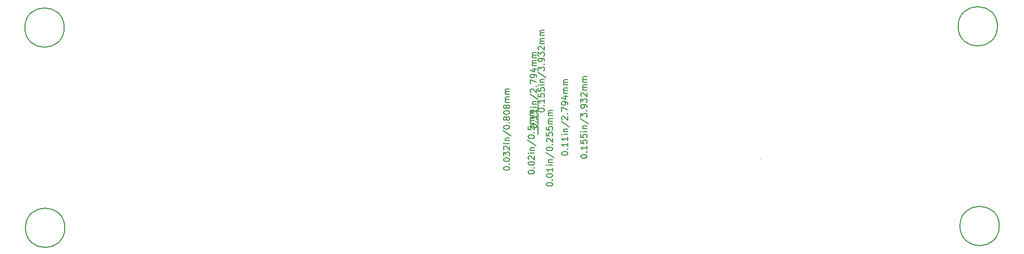
<source format=gbr>
%TF.GenerationSoftware,KiCad,Pcbnew,9.0.6*%
%TF.CreationDate,2026-01-10T21:11:38+01:00*%
%TF.ProjectId,_autosave-sisterboard_A,5f617574-6f73-4617-9665-2d7369737465,1.0*%
%TF.SameCoordinates,Original*%
%TF.FileFunction,Other,Comment*%
%FSLAX46Y46*%
G04 Gerber Fmt 4.6, Leading zero omitted, Abs format (unit mm)*
G04 Created by KiCad (PCBNEW 9.0.6) date 2026-01-10 21:11:38*
%MOMM*%
%LPD*%
G01*
G04 APERTURE LIST*
%ADD10C,0.002000*%
%ADD11C,0.150000*%
%ADD12C,0.015875*%
G04 APERTURE END LIST*
D10*
X152501553Y-97691033D02*
X152507601Y-97697081D01*
X152507601Y-97697081D02*
X152513648Y-97715223D01*
X152513648Y-97715223D02*
X152513648Y-97727319D01*
X152513648Y-97727319D02*
X152507601Y-97745462D01*
X152507601Y-97745462D02*
X152495505Y-97757557D01*
X152495505Y-97757557D02*
X152483410Y-97763604D01*
X152483410Y-97763604D02*
X152459220Y-97769652D01*
X152459220Y-97769652D02*
X152441077Y-97769652D01*
X152441077Y-97769652D02*
X152416886Y-97763604D01*
X152416886Y-97763604D02*
X152404791Y-97757557D01*
X152404791Y-97757557D02*
X152392696Y-97745462D01*
X152392696Y-97745462D02*
X152386648Y-97727319D01*
X152386648Y-97727319D02*
X152386648Y-97715223D01*
X152386648Y-97715223D02*
X152392696Y-97697081D01*
X152392696Y-97697081D02*
X152398743Y-97691033D01*
X152513648Y-97618462D02*
X152507601Y-97630557D01*
X152507601Y-97630557D02*
X152501553Y-97636604D01*
X152501553Y-97636604D02*
X152489458Y-97642652D01*
X152489458Y-97642652D02*
X152453172Y-97642652D01*
X152453172Y-97642652D02*
X152441077Y-97636604D01*
X152441077Y-97636604D02*
X152435029Y-97630557D01*
X152435029Y-97630557D02*
X152428981Y-97618462D01*
X152428981Y-97618462D02*
X152428981Y-97600319D01*
X152428981Y-97600319D02*
X152435029Y-97588223D01*
X152435029Y-97588223D02*
X152441077Y-97582176D01*
X152441077Y-97582176D02*
X152453172Y-97576128D01*
X152453172Y-97576128D02*
X152489458Y-97576128D01*
X152489458Y-97576128D02*
X152501553Y-97582176D01*
X152501553Y-97582176D02*
X152507601Y-97588223D01*
X152507601Y-97588223D02*
X152513648Y-97600319D01*
X152513648Y-97600319D02*
X152513648Y-97618462D01*
X152428981Y-97521699D02*
X152555981Y-97521699D01*
X152435029Y-97521699D02*
X152428981Y-97509604D01*
X152428981Y-97509604D02*
X152428981Y-97485414D01*
X152428981Y-97485414D02*
X152435029Y-97473318D01*
X152435029Y-97473318D02*
X152441077Y-97467271D01*
X152441077Y-97467271D02*
X152453172Y-97461223D01*
X152453172Y-97461223D02*
X152489458Y-97461223D01*
X152489458Y-97461223D02*
X152501553Y-97467271D01*
X152501553Y-97467271D02*
X152507601Y-97473318D01*
X152507601Y-97473318D02*
X152513648Y-97485414D01*
X152513648Y-97485414D02*
X152513648Y-97509604D01*
X152513648Y-97509604D02*
X152507601Y-97521699D01*
X152428981Y-97418890D02*
X152513648Y-97388652D01*
X152428981Y-97358413D02*
X152513648Y-97388652D01*
X152513648Y-97388652D02*
X152543886Y-97400747D01*
X152543886Y-97400747D02*
X152549934Y-97406794D01*
X152549934Y-97406794D02*
X152555981Y-97418890D01*
X152513648Y-97310032D02*
X152428981Y-97310032D01*
X152453172Y-97310032D02*
X152441077Y-97303985D01*
X152441077Y-97303985D02*
X152435029Y-97297937D01*
X152435029Y-97297937D02*
X152428981Y-97285842D01*
X152428981Y-97285842D02*
X152428981Y-97273747D01*
X152513648Y-97231413D02*
X152428981Y-97231413D01*
X152386648Y-97231413D02*
X152392696Y-97237461D01*
X152392696Y-97237461D02*
X152398743Y-97231413D01*
X152398743Y-97231413D02*
X152392696Y-97225366D01*
X152392696Y-97225366D02*
X152386648Y-97231413D01*
X152386648Y-97231413D02*
X152398743Y-97231413D01*
X152428981Y-97116509D02*
X152531791Y-97116509D01*
X152531791Y-97116509D02*
X152543886Y-97122556D01*
X152543886Y-97122556D02*
X152549934Y-97128604D01*
X152549934Y-97128604D02*
X152555981Y-97140699D01*
X152555981Y-97140699D02*
X152555981Y-97158842D01*
X152555981Y-97158842D02*
X152549934Y-97170937D01*
X152507601Y-97116509D02*
X152513648Y-97128604D01*
X152513648Y-97128604D02*
X152513648Y-97152795D01*
X152513648Y-97152795D02*
X152507601Y-97164890D01*
X152507601Y-97164890D02*
X152501553Y-97170937D01*
X152501553Y-97170937D02*
X152489458Y-97176985D01*
X152489458Y-97176985D02*
X152453172Y-97176985D01*
X152453172Y-97176985D02*
X152441077Y-97170937D01*
X152441077Y-97170937D02*
X152435029Y-97164890D01*
X152435029Y-97164890D02*
X152428981Y-97152795D01*
X152428981Y-97152795D02*
X152428981Y-97128604D01*
X152428981Y-97128604D02*
X152435029Y-97116509D01*
X152513648Y-97056032D02*
X152386648Y-97056032D01*
X152513648Y-97001604D02*
X152447124Y-97001604D01*
X152447124Y-97001604D02*
X152435029Y-97007651D01*
X152435029Y-97007651D02*
X152428981Y-97019747D01*
X152428981Y-97019747D02*
X152428981Y-97037890D01*
X152428981Y-97037890D02*
X152435029Y-97049985D01*
X152435029Y-97049985D02*
X152441077Y-97056032D01*
X152428981Y-96959270D02*
X152428981Y-96910889D01*
X152386648Y-96941127D02*
X152495505Y-96941127D01*
X152495505Y-96941127D02*
X152507601Y-96935080D01*
X152507601Y-96935080D02*
X152513648Y-96922985D01*
X152513648Y-96922985D02*
X152513648Y-96910889D01*
X152398743Y-96777842D02*
X152392696Y-96771794D01*
X152392696Y-96771794D02*
X152386648Y-96759699D01*
X152386648Y-96759699D02*
X152386648Y-96729461D01*
X152386648Y-96729461D02*
X152392696Y-96717366D01*
X152392696Y-96717366D02*
X152398743Y-96711318D01*
X152398743Y-96711318D02*
X152410839Y-96705271D01*
X152410839Y-96705271D02*
X152422934Y-96705271D01*
X152422934Y-96705271D02*
X152441077Y-96711318D01*
X152441077Y-96711318D02*
X152513648Y-96783890D01*
X152513648Y-96783890D02*
X152513648Y-96705271D01*
X152386648Y-96626652D02*
X152386648Y-96614557D01*
X152386648Y-96614557D02*
X152392696Y-96602461D01*
X152392696Y-96602461D02*
X152398743Y-96596414D01*
X152398743Y-96596414D02*
X152410839Y-96590366D01*
X152410839Y-96590366D02*
X152435029Y-96584319D01*
X152435029Y-96584319D02*
X152465267Y-96584319D01*
X152465267Y-96584319D02*
X152489458Y-96590366D01*
X152489458Y-96590366D02*
X152501553Y-96596414D01*
X152501553Y-96596414D02*
X152507601Y-96602461D01*
X152507601Y-96602461D02*
X152513648Y-96614557D01*
X152513648Y-96614557D02*
X152513648Y-96626652D01*
X152513648Y-96626652D02*
X152507601Y-96638747D01*
X152507601Y-96638747D02*
X152501553Y-96644795D01*
X152501553Y-96644795D02*
X152489458Y-96650842D01*
X152489458Y-96650842D02*
X152465267Y-96656890D01*
X152465267Y-96656890D02*
X152435029Y-96656890D01*
X152435029Y-96656890D02*
X152410839Y-96650842D01*
X152410839Y-96650842D02*
X152398743Y-96644795D01*
X152398743Y-96644795D02*
X152392696Y-96638747D01*
X152392696Y-96638747D02*
X152386648Y-96626652D01*
X152513648Y-96463367D02*
X152513648Y-96535938D01*
X152513648Y-96499652D02*
X152386648Y-96499652D01*
X152386648Y-96499652D02*
X152404791Y-96511748D01*
X152404791Y-96511748D02*
X152416886Y-96523843D01*
X152416886Y-96523843D02*
X152422934Y-96535938D01*
X152386648Y-96354510D02*
X152386648Y-96378700D01*
X152386648Y-96378700D02*
X152392696Y-96390796D01*
X152392696Y-96390796D02*
X152398743Y-96396843D01*
X152398743Y-96396843D02*
X152416886Y-96408938D01*
X152416886Y-96408938D02*
X152441077Y-96414986D01*
X152441077Y-96414986D02*
X152489458Y-96414986D01*
X152489458Y-96414986D02*
X152501553Y-96408938D01*
X152501553Y-96408938D02*
X152507601Y-96402891D01*
X152507601Y-96402891D02*
X152513648Y-96390796D01*
X152513648Y-96390796D02*
X152513648Y-96366605D01*
X152513648Y-96366605D02*
X152507601Y-96354510D01*
X152507601Y-96354510D02*
X152501553Y-96348462D01*
X152501553Y-96348462D02*
X152489458Y-96342415D01*
X152489458Y-96342415D02*
X152459220Y-96342415D01*
X152459220Y-96342415D02*
X152447124Y-96348462D01*
X152447124Y-96348462D02*
X152441077Y-96354510D01*
X152441077Y-96354510D02*
X152435029Y-96366605D01*
X152435029Y-96366605D02*
X152435029Y-96390796D01*
X152435029Y-96390796D02*
X152441077Y-96402891D01*
X152441077Y-96402891D02*
X152447124Y-96408938D01*
X152447124Y-96408938D02*
X152459220Y-96414986D01*
X152477362Y-96197272D02*
X152477362Y-96136796D01*
X152513648Y-96209367D02*
X152386648Y-96167034D01*
X152386648Y-96167034D02*
X152513648Y-96124701D01*
X152507601Y-96027939D02*
X152513648Y-96040034D01*
X152513648Y-96040034D02*
X152513648Y-96064225D01*
X152513648Y-96064225D02*
X152507601Y-96076320D01*
X152507601Y-96076320D02*
X152501553Y-96082367D01*
X152501553Y-96082367D02*
X152489458Y-96088415D01*
X152489458Y-96088415D02*
X152453172Y-96088415D01*
X152453172Y-96088415D02*
X152441077Y-96082367D01*
X152441077Y-96082367D02*
X152435029Y-96076320D01*
X152435029Y-96076320D02*
X152428981Y-96064225D01*
X152428981Y-96064225D02*
X152428981Y-96040034D01*
X152428981Y-96040034D02*
X152435029Y-96027939D01*
X152507601Y-95919082D02*
X152513648Y-95931177D01*
X152513648Y-95931177D02*
X152513648Y-95955368D01*
X152513648Y-95955368D02*
X152507601Y-95967463D01*
X152507601Y-95967463D02*
X152501553Y-95973510D01*
X152501553Y-95973510D02*
X152489458Y-95979558D01*
X152489458Y-95979558D02*
X152453172Y-95979558D01*
X152453172Y-95979558D02*
X152441077Y-95973510D01*
X152441077Y-95973510D02*
X152435029Y-95967463D01*
X152435029Y-95967463D02*
X152428981Y-95955368D01*
X152428981Y-95955368D02*
X152428981Y-95931177D01*
X152428981Y-95931177D02*
X152435029Y-95919082D01*
X152507601Y-95816272D02*
X152513648Y-95828368D01*
X152513648Y-95828368D02*
X152513648Y-95852558D01*
X152513648Y-95852558D02*
X152507601Y-95864653D01*
X152507601Y-95864653D02*
X152495505Y-95870701D01*
X152495505Y-95870701D02*
X152447124Y-95870701D01*
X152447124Y-95870701D02*
X152435029Y-95864653D01*
X152435029Y-95864653D02*
X152428981Y-95852558D01*
X152428981Y-95852558D02*
X152428981Y-95828368D01*
X152428981Y-95828368D02*
X152435029Y-95816272D01*
X152435029Y-95816272D02*
X152447124Y-95810225D01*
X152447124Y-95810225D02*
X152459220Y-95810225D01*
X152459220Y-95810225D02*
X152471315Y-95870701D01*
X152513648Y-95737654D02*
X152507601Y-95749749D01*
X152507601Y-95749749D02*
X152495505Y-95755796D01*
X152495505Y-95755796D02*
X152386648Y-95755796D01*
X152507601Y-95640891D02*
X152513648Y-95652987D01*
X152513648Y-95652987D02*
X152513648Y-95677177D01*
X152513648Y-95677177D02*
X152507601Y-95689272D01*
X152507601Y-95689272D02*
X152495505Y-95695320D01*
X152495505Y-95695320D02*
X152447124Y-95695320D01*
X152447124Y-95695320D02*
X152435029Y-95689272D01*
X152435029Y-95689272D02*
X152428981Y-95677177D01*
X152428981Y-95677177D02*
X152428981Y-95652987D01*
X152428981Y-95652987D02*
X152435029Y-95640891D01*
X152435029Y-95640891D02*
X152447124Y-95634844D01*
X152447124Y-95634844D02*
X152459220Y-95634844D01*
X152459220Y-95634844D02*
X152471315Y-95695320D01*
X152513648Y-95580415D02*
X152428981Y-95580415D01*
X152453172Y-95580415D02*
X152441077Y-95574368D01*
X152441077Y-95574368D02*
X152435029Y-95568320D01*
X152435029Y-95568320D02*
X152428981Y-95556225D01*
X152428981Y-95556225D02*
X152428981Y-95544130D01*
X152513648Y-95447368D02*
X152447124Y-95447368D01*
X152447124Y-95447368D02*
X152435029Y-95453415D01*
X152435029Y-95453415D02*
X152428981Y-95465511D01*
X152428981Y-95465511D02*
X152428981Y-95489701D01*
X152428981Y-95489701D02*
X152435029Y-95501796D01*
X152507601Y-95447368D02*
X152513648Y-95459463D01*
X152513648Y-95459463D02*
X152513648Y-95489701D01*
X152513648Y-95489701D02*
X152507601Y-95501796D01*
X152507601Y-95501796D02*
X152495505Y-95507844D01*
X152495505Y-95507844D02*
X152483410Y-95507844D01*
X152483410Y-95507844D02*
X152471315Y-95501796D01*
X152471315Y-95501796D02*
X152465267Y-95489701D01*
X152465267Y-95489701D02*
X152465267Y-95459463D01*
X152465267Y-95459463D02*
X152459220Y-95447368D01*
X152428981Y-95405034D02*
X152428981Y-95356653D01*
X152386648Y-95386891D02*
X152495505Y-95386891D01*
X152495505Y-95386891D02*
X152507601Y-95380844D01*
X152507601Y-95380844D02*
X152513648Y-95368749D01*
X152513648Y-95368749D02*
X152513648Y-95356653D01*
X152507601Y-95265939D02*
X152513648Y-95278035D01*
X152513648Y-95278035D02*
X152513648Y-95302225D01*
X152513648Y-95302225D02*
X152507601Y-95314320D01*
X152507601Y-95314320D02*
X152495505Y-95320368D01*
X152495505Y-95320368D02*
X152447124Y-95320368D01*
X152447124Y-95320368D02*
X152435029Y-95314320D01*
X152435029Y-95314320D02*
X152428981Y-95302225D01*
X152428981Y-95302225D02*
X152428981Y-95278035D01*
X152428981Y-95278035D02*
X152435029Y-95265939D01*
X152435029Y-95265939D02*
X152447124Y-95259892D01*
X152447124Y-95259892D02*
X152459220Y-95259892D01*
X152459220Y-95259892D02*
X152471315Y-95320368D01*
X152513648Y-95151035D02*
X152386648Y-95151035D01*
X152507601Y-95151035D02*
X152513648Y-95163130D01*
X152513648Y-95163130D02*
X152513648Y-95187321D01*
X152513648Y-95187321D02*
X152507601Y-95199416D01*
X152507601Y-95199416D02*
X152501553Y-95205463D01*
X152501553Y-95205463D02*
X152489458Y-95211511D01*
X152489458Y-95211511D02*
X152453172Y-95211511D01*
X152453172Y-95211511D02*
X152441077Y-95205463D01*
X152441077Y-95205463D02*
X152435029Y-95199416D01*
X152435029Y-95199416D02*
X152428981Y-95187321D01*
X152428981Y-95187321D02*
X152428981Y-95163130D01*
X152428981Y-95163130D02*
X152435029Y-95151035D01*
X152513648Y-94993796D02*
X152386648Y-94993796D01*
X152386648Y-94993796D02*
X152386648Y-94963558D01*
X152386648Y-94963558D02*
X152392696Y-94945415D01*
X152392696Y-94945415D02*
X152404791Y-94933320D01*
X152404791Y-94933320D02*
X152416886Y-94927273D01*
X152416886Y-94927273D02*
X152441077Y-94921225D01*
X152441077Y-94921225D02*
X152459220Y-94921225D01*
X152459220Y-94921225D02*
X152483410Y-94927273D01*
X152483410Y-94927273D02*
X152495505Y-94933320D01*
X152495505Y-94933320D02*
X152507601Y-94945415D01*
X152507601Y-94945415D02*
X152513648Y-94963558D01*
X152513648Y-94963558D02*
X152513648Y-94993796D01*
X152507601Y-94818415D02*
X152513648Y-94830511D01*
X152513648Y-94830511D02*
X152513648Y-94854701D01*
X152513648Y-94854701D02*
X152507601Y-94866796D01*
X152507601Y-94866796D02*
X152495505Y-94872844D01*
X152495505Y-94872844D02*
X152447124Y-94872844D01*
X152447124Y-94872844D02*
X152435029Y-94866796D01*
X152435029Y-94866796D02*
X152428981Y-94854701D01*
X152428981Y-94854701D02*
X152428981Y-94830511D01*
X152428981Y-94830511D02*
X152435029Y-94818415D01*
X152435029Y-94818415D02*
X152447124Y-94812368D01*
X152447124Y-94812368D02*
X152459220Y-94812368D01*
X152459220Y-94812368D02*
X152471315Y-94872844D01*
X152507601Y-94763987D02*
X152513648Y-94751892D01*
X152513648Y-94751892D02*
X152513648Y-94727701D01*
X152513648Y-94727701D02*
X152507601Y-94715606D01*
X152507601Y-94715606D02*
X152495505Y-94709558D01*
X152495505Y-94709558D02*
X152489458Y-94709558D01*
X152489458Y-94709558D02*
X152477362Y-94715606D01*
X152477362Y-94715606D02*
X152471315Y-94727701D01*
X152471315Y-94727701D02*
X152471315Y-94745844D01*
X152471315Y-94745844D02*
X152465267Y-94757939D01*
X152465267Y-94757939D02*
X152453172Y-94763987D01*
X152453172Y-94763987D02*
X152447124Y-94763987D01*
X152447124Y-94763987D02*
X152435029Y-94757939D01*
X152435029Y-94757939D02*
X152428981Y-94745844D01*
X152428981Y-94745844D02*
X152428981Y-94727701D01*
X152428981Y-94727701D02*
X152435029Y-94715606D01*
X152513648Y-94655129D02*
X152428981Y-94655129D01*
X152386648Y-94655129D02*
X152392696Y-94661177D01*
X152392696Y-94661177D02*
X152398743Y-94655129D01*
X152398743Y-94655129D02*
X152392696Y-94649082D01*
X152392696Y-94649082D02*
X152386648Y-94655129D01*
X152386648Y-94655129D02*
X152398743Y-94655129D01*
X152428981Y-94540225D02*
X152531791Y-94540225D01*
X152531791Y-94540225D02*
X152543886Y-94546272D01*
X152543886Y-94546272D02*
X152549934Y-94552320D01*
X152549934Y-94552320D02*
X152555981Y-94564415D01*
X152555981Y-94564415D02*
X152555981Y-94582558D01*
X152555981Y-94582558D02*
X152549934Y-94594653D01*
X152507601Y-94540225D02*
X152513648Y-94552320D01*
X152513648Y-94552320D02*
X152513648Y-94576511D01*
X152513648Y-94576511D02*
X152507601Y-94588606D01*
X152507601Y-94588606D02*
X152501553Y-94594653D01*
X152501553Y-94594653D02*
X152489458Y-94600701D01*
X152489458Y-94600701D02*
X152453172Y-94600701D01*
X152453172Y-94600701D02*
X152441077Y-94594653D01*
X152441077Y-94594653D02*
X152435029Y-94588606D01*
X152435029Y-94588606D02*
X152428981Y-94576511D01*
X152428981Y-94576511D02*
X152428981Y-94552320D01*
X152428981Y-94552320D02*
X152435029Y-94540225D01*
X152428981Y-94479748D02*
X152513648Y-94479748D01*
X152441077Y-94479748D02*
X152435029Y-94473701D01*
X152435029Y-94473701D02*
X152428981Y-94461606D01*
X152428981Y-94461606D02*
X152428981Y-94443463D01*
X152428981Y-94443463D02*
X152435029Y-94431367D01*
X152435029Y-94431367D02*
X152447124Y-94425320D01*
X152447124Y-94425320D02*
X152513648Y-94425320D01*
X152507601Y-94370891D02*
X152513648Y-94358796D01*
X152513648Y-94358796D02*
X152513648Y-94334605D01*
X152513648Y-94334605D02*
X152507601Y-94322510D01*
X152507601Y-94322510D02*
X152495505Y-94316462D01*
X152495505Y-94316462D02*
X152489458Y-94316462D01*
X152489458Y-94316462D02*
X152477362Y-94322510D01*
X152477362Y-94322510D02*
X152471315Y-94334605D01*
X152471315Y-94334605D02*
X152471315Y-94352748D01*
X152471315Y-94352748D02*
X152465267Y-94364843D01*
X152465267Y-94364843D02*
X152453172Y-94370891D01*
X152453172Y-94370891D02*
X152447124Y-94370891D01*
X152447124Y-94370891D02*
X152435029Y-94364843D01*
X152435029Y-94364843D02*
X152428981Y-94352748D01*
X152428981Y-94352748D02*
X152428981Y-94334605D01*
X152428981Y-94334605D02*
X152435029Y-94322510D01*
X152501553Y-94262033D02*
X152507601Y-94255986D01*
X152507601Y-94255986D02*
X152513648Y-94262033D01*
X152513648Y-94262033D02*
X152507601Y-94268081D01*
X152507601Y-94268081D02*
X152501553Y-94262033D01*
X152501553Y-94262033D02*
X152513648Y-94262033D01*
X152477362Y-94110843D02*
X152477362Y-94050367D01*
X152513648Y-94122938D02*
X152386648Y-94080605D01*
X152386648Y-94080605D02*
X152513648Y-94038272D01*
X152513648Y-93977796D02*
X152507601Y-93989891D01*
X152507601Y-93989891D02*
X152495505Y-93995938D01*
X152495505Y-93995938D02*
X152386648Y-93995938D01*
X152513648Y-93911272D02*
X152507601Y-93923367D01*
X152507601Y-93923367D02*
X152495505Y-93929414D01*
X152495505Y-93929414D02*
X152386648Y-93929414D01*
X152513648Y-93766128D02*
X152428981Y-93766128D01*
X152453172Y-93766128D02*
X152441077Y-93760081D01*
X152441077Y-93760081D02*
X152435029Y-93754033D01*
X152435029Y-93754033D02*
X152428981Y-93741938D01*
X152428981Y-93741938D02*
X152428981Y-93729843D01*
X152513648Y-93687509D02*
X152428981Y-93687509D01*
X152386648Y-93687509D02*
X152392696Y-93693557D01*
X152392696Y-93693557D02*
X152398743Y-93687509D01*
X152398743Y-93687509D02*
X152392696Y-93681462D01*
X152392696Y-93681462D02*
X152386648Y-93687509D01*
X152386648Y-93687509D02*
X152398743Y-93687509D01*
X152428981Y-93572605D02*
X152531791Y-93572605D01*
X152531791Y-93572605D02*
X152543886Y-93578652D01*
X152543886Y-93578652D02*
X152549934Y-93584700D01*
X152549934Y-93584700D02*
X152555981Y-93596795D01*
X152555981Y-93596795D02*
X152555981Y-93614938D01*
X152555981Y-93614938D02*
X152549934Y-93627033D01*
X152507601Y-93572605D02*
X152513648Y-93584700D01*
X152513648Y-93584700D02*
X152513648Y-93608891D01*
X152513648Y-93608891D02*
X152507601Y-93620986D01*
X152507601Y-93620986D02*
X152501553Y-93627033D01*
X152501553Y-93627033D02*
X152489458Y-93633081D01*
X152489458Y-93633081D02*
X152453172Y-93633081D01*
X152453172Y-93633081D02*
X152441077Y-93627033D01*
X152441077Y-93627033D02*
X152435029Y-93620986D01*
X152435029Y-93620986D02*
X152428981Y-93608891D01*
X152428981Y-93608891D02*
X152428981Y-93584700D01*
X152428981Y-93584700D02*
X152435029Y-93572605D01*
X152513648Y-93512128D02*
X152386648Y-93512128D01*
X152513648Y-93457700D02*
X152447124Y-93457700D01*
X152447124Y-93457700D02*
X152435029Y-93463747D01*
X152435029Y-93463747D02*
X152428981Y-93475843D01*
X152428981Y-93475843D02*
X152428981Y-93493986D01*
X152428981Y-93493986D02*
X152435029Y-93506081D01*
X152435029Y-93506081D02*
X152441077Y-93512128D01*
X152428981Y-93415366D02*
X152428981Y-93366985D01*
X152386648Y-93397223D02*
X152495505Y-93397223D01*
X152495505Y-93397223D02*
X152507601Y-93391176D01*
X152507601Y-93391176D02*
X152513648Y-93379081D01*
X152513648Y-93379081D02*
X152513648Y-93366985D01*
X152507601Y-93330700D02*
X152513648Y-93318605D01*
X152513648Y-93318605D02*
X152513648Y-93294414D01*
X152513648Y-93294414D02*
X152507601Y-93282319D01*
X152507601Y-93282319D02*
X152495505Y-93276271D01*
X152495505Y-93276271D02*
X152489458Y-93276271D01*
X152489458Y-93276271D02*
X152477362Y-93282319D01*
X152477362Y-93282319D02*
X152471315Y-93294414D01*
X152471315Y-93294414D02*
X152471315Y-93312557D01*
X152471315Y-93312557D02*
X152465267Y-93324652D01*
X152465267Y-93324652D02*
X152453172Y-93330700D01*
X152453172Y-93330700D02*
X152447124Y-93330700D01*
X152447124Y-93330700D02*
X152435029Y-93324652D01*
X152435029Y-93324652D02*
X152428981Y-93312557D01*
X152428981Y-93312557D02*
X152428981Y-93294414D01*
X152428981Y-93294414D02*
X152435029Y-93282319D01*
X152513648Y-93125080D02*
X152428981Y-93125080D01*
X152453172Y-93125080D02*
X152441077Y-93119033D01*
X152441077Y-93119033D02*
X152435029Y-93112985D01*
X152435029Y-93112985D02*
X152428981Y-93100890D01*
X152428981Y-93100890D02*
X152428981Y-93088795D01*
X152507601Y-92998080D02*
X152513648Y-93010176D01*
X152513648Y-93010176D02*
X152513648Y-93034366D01*
X152513648Y-93034366D02*
X152507601Y-93046461D01*
X152507601Y-93046461D02*
X152495505Y-93052509D01*
X152495505Y-93052509D02*
X152447124Y-93052509D01*
X152447124Y-93052509D02*
X152435029Y-93046461D01*
X152435029Y-93046461D02*
X152428981Y-93034366D01*
X152428981Y-93034366D02*
X152428981Y-93010176D01*
X152428981Y-93010176D02*
X152435029Y-92998080D01*
X152435029Y-92998080D02*
X152447124Y-92992033D01*
X152447124Y-92992033D02*
X152459220Y-92992033D01*
X152459220Y-92992033D02*
X152471315Y-93052509D01*
X152507601Y-92943652D02*
X152513648Y-92931557D01*
X152513648Y-92931557D02*
X152513648Y-92907366D01*
X152513648Y-92907366D02*
X152507601Y-92895271D01*
X152507601Y-92895271D02*
X152495505Y-92889223D01*
X152495505Y-92889223D02*
X152489458Y-92889223D01*
X152489458Y-92889223D02*
X152477362Y-92895271D01*
X152477362Y-92895271D02*
X152471315Y-92907366D01*
X152471315Y-92907366D02*
X152471315Y-92925509D01*
X152471315Y-92925509D02*
X152465267Y-92937604D01*
X152465267Y-92937604D02*
X152453172Y-92943652D01*
X152453172Y-92943652D02*
X152447124Y-92943652D01*
X152447124Y-92943652D02*
X152435029Y-92937604D01*
X152435029Y-92937604D02*
X152428981Y-92925509D01*
X152428981Y-92925509D02*
X152428981Y-92907366D01*
X152428981Y-92907366D02*
X152435029Y-92895271D01*
X152507601Y-92786413D02*
X152513648Y-92798509D01*
X152513648Y-92798509D02*
X152513648Y-92822699D01*
X152513648Y-92822699D02*
X152507601Y-92834794D01*
X152507601Y-92834794D02*
X152495505Y-92840842D01*
X152495505Y-92840842D02*
X152447124Y-92840842D01*
X152447124Y-92840842D02*
X152435029Y-92834794D01*
X152435029Y-92834794D02*
X152428981Y-92822699D01*
X152428981Y-92822699D02*
X152428981Y-92798509D01*
X152428981Y-92798509D02*
X152435029Y-92786413D01*
X152435029Y-92786413D02*
X152447124Y-92780366D01*
X152447124Y-92780366D02*
X152459220Y-92780366D01*
X152459220Y-92780366D02*
X152471315Y-92840842D01*
X152513648Y-92725937D02*
X152428981Y-92725937D01*
X152453172Y-92725937D02*
X152441077Y-92719890D01*
X152441077Y-92719890D02*
X152435029Y-92713842D01*
X152435029Y-92713842D02*
X152428981Y-92701747D01*
X152428981Y-92701747D02*
X152428981Y-92689652D01*
X152428981Y-92659414D02*
X152513648Y-92629176D01*
X152513648Y-92629176D02*
X152428981Y-92598937D01*
X152507601Y-92502175D02*
X152513648Y-92514271D01*
X152513648Y-92514271D02*
X152513648Y-92538461D01*
X152513648Y-92538461D02*
X152507601Y-92550556D01*
X152507601Y-92550556D02*
X152495505Y-92556604D01*
X152495505Y-92556604D02*
X152447124Y-92556604D01*
X152447124Y-92556604D02*
X152435029Y-92550556D01*
X152435029Y-92550556D02*
X152428981Y-92538461D01*
X152428981Y-92538461D02*
X152428981Y-92514271D01*
X152428981Y-92514271D02*
X152435029Y-92502175D01*
X152435029Y-92502175D02*
X152447124Y-92496128D01*
X152447124Y-92496128D02*
X152459220Y-92496128D01*
X152459220Y-92496128D02*
X152471315Y-92556604D01*
X152513648Y-92387271D02*
X152386648Y-92387271D01*
X152507601Y-92387271D02*
X152513648Y-92399366D01*
X152513648Y-92399366D02*
X152513648Y-92423557D01*
X152513648Y-92423557D02*
X152507601Y-92435652D01*
X152507601Y-92435652D02*
X152501553Y-92441699D01*
X152501553Y-92441699D02*
X152489458Y-92447747D01*
X152489458Y-92447747D02*
X152453172Y-92447747D01*
X152453172Y-92447747D02*
X152441077Y-92441699D01*
X152441077Y-92441699D02*
X152435029Y-92435652D01*
X152435029Y-92435652D02*
X152428981Y-92423557D01*
X152428981Y-92423557D02*
X152428981Y-92399366D01*
X152428981Y-92399366D02*
X152435029Y-92387271D01*
X152501553Y-92326794D02*
X152507601Y-92320747D01*
X152507601Y-92320747D02*
X152513648Y-92326794D01*
X152513648Y-92326794D02*
X152507601Y-92332842D01*
X152507601Y-92332842D02*
X152501553Y-92326794D01*
X152501553Y-92326794D02*
X152513648Y-92326794D01*
D11*
X153875919Y-105987870D02*
X153875919Y-105892632D01*
X153875919Y-105892632D02*
X153923538Y-105797394D01*
X153923538Y-105797394D02*
X153971157Y-105749775D01*
X153971157Y-105749775D02*
X154066395Y-105702156D01*
X154066395Y-105702156D02*
X154256871Y-105654537D01*
X154256871Y-105654537D02*
X154494966Y-105654537D01*
X154494966Y-105654537D02*
X154685442Y-105702156D01*
X154685442Y-105702156D02*
X154780680Y-105749775D01*
X154780680Y-105749775D02*
X154828300Y-105797394D01*
X154828300Y-105797394D02*
X154875919Y-105892632D01*
X154875919Y-105892632D02*
X154875919Y-105987870D01*
X154875919Y-105987870D02*
X154828300Y-106083108D01*
X154828300Y-106083108D02*
X154780680Y-106130727D01*
X154780680Y-106130727D02*
X154685442Y-106178346D01*
X154685442Y-106178346D02*
X154494966Y-106225965D01*
X154494966Y-106225965D02*
X154256871Y-106225965D01*
X154256871Y-106225965D02*
X154066395Y-106178346D01*
X154066395Y-106178346D02*
X153971157Y-106130727D01*
X153971157Y-106130727D02*
X153923538Y-106083108D01*
X153923538Y-106083108D02*
X153875919Y-105987870D01*
X154780680Y-105225965D02*
X154828300Y-105178346D01*
X154828300Y-105178346D02*
X154875919Y-105225965D01*
X154875919Y-105225965D02*
X154828300Y-105273584D01*
X154828300Y-105273584D02*
X154780680Y-105225965D01*
X154780680Y-105225965D02*
X154875919Y-105225965D01*
X153875919Y-104559299D02*
X153875919Y-104464061D01*
X153875919Y-104464061D02*
X153923538Y-104368823D01*
X153923538Y-104368823D02*
X153971157Y-104321204D01*
X153971157Y-104321204D02*
X154066395Y-104273585D01*
X154066395Y-104273585D02*
X154256871Y-104225966D01*
X154256871Y-104225966D02*
X154494966Y-104225966D01*
X154494966Y-104225966D02*
X154685442Y-104273585D01*
X154685442Y-104273585D02*
X154780680Y-104321204D01*
X154780680Y-104321204D02*
X154828300Y-104368823D01*
X154828300Y-104368823D02*
X154875919Y-104464061D01*
X154875919Y-104464061D02*
X154875919Y-104559299D01*
X154875919Y-104559299D02*
X154828300Y-104654537D01*
X154828300Y-104654537D02*
X154780680Y-104702156D01*
X154780680Y-104702156D02*
X154685442Y-104749775D01*
X154685442Y-104749775D02*
X154494966Y-104797394D01*
X154494966Y-104797394D02*
X154256871Y-104797394D01*
X154256871Y-104797394D02*
X154066395Y-104749775D01*
X154066395Y-104749775D02*
X153971157Y-104702156D01*
X153971157Y-104702156D02*
X153923538Y-104654537D01*
X153923538Y-104654537D02*
X153875919Y-104559299D01*
X154875919Y-103273585D02*
X154875919Y-103845013D01*
X154875919Y-103559299D02*
X153875919Y-103559299D01*
X153875919Y-103559299D02*
X154018776Y-103654537D01*
X154018776Y-103654537D02*
X154114014Y-103749775D01*
X154114014Y-103749775D02*
X154161633Y-103845013D01*
X154875919Y-102845013D02*
X154209252Y-102845013D01*
X153875919Y-102845013D02*
X153923538Y-102892632D01*
X153923538Y-102892632D02*
X153971157Y-102845013D01*
X153971157Y-102845013D02*
X153923538Y-102797394D01*
X153923538Y-102797394D02*
X153875919Y-102845013D01*
X153875919Y-102845013D02*
X153971157Y-102845013D01*
X154209252Y-102368823D02*
X154875919Y-102368823D01*
X154304490Y-102368823D02*
X154256871Y-102321204D01*
X154256871Y-102321204D02*
X154209252Y-102225966D01*
X154209252Y-102225966D02*
X154209252Y-102083109D01*
X154209252Y-102083109D02*
X154256871Y-101987871D01*
X154256871Y-101987871D02*
X154352109Y-101940252D01*
X154352109Y-101940252D02*
X154875919Y-101940252D01*
X153828300Y-100749776D02*
X155114014Y-101606918D01*
X153875919Y-100225966D02*
X153875919Y-100130728D01*
X153875919Y-100130728D02*
X153923538Y-100035490D01*
X153923538Y-100035490D02*
X153971157Y-99987871D01*
X153971157Y-99987871D02*
X154066395Y-99940252D01*
X154066395Y-99940252D02*
X154256871Y-99892633D01*
X154256871Y-99892633D02*
X154494966Y-99892633D01*
X154494966Y-99892633D02*
X154685442Y-99940252D01*
X154685442Y-99940252D02*
X154780680Y-99987871D01*
X154780680Y-99987871D02*
X154828300Y-100035490D01*
X154828300Y-100035490D02*
X154875919Y-100130728D01*
X154875919Y-100130728D02*
X154875919Y-100225966D01*
X154875919Y-100225966D02*
X154828300Y-100321204D01*
X154828300Y-100321204D02*
X154780680Y-100368823D01*
X154780680Y-100368823D02*
X154685442Y-100416442D01*
X154685442Y-100416442D02*
X154494966Y-100464061D01*
X154494966Y-100464061D02*
X154256871Y-100464061D01*
X154256871Y-100464061D02*
X154066395Y-100416442D01*
X154066395Y-100416442D02*
X153971157Y-100368823D01*
X153971157Y-100368823D02*
X153923538Y-100321204D01*
X153923538Y-100321204D02*
X153875919Y-100225966D01*
X154780680Y-99464061D02*
X154828300Y-99416442D01*
X154828300Y-99416442D02*
X154875919Y-99464061D01*
X154875919Y-99464061D02*
X154828300Y-99511680D01*
X154828300Y-99511680D02*
X154780680Y-99464061D01*
X154780680Y-99464061D02*
X154875919Y-99464061D01*
X153971157Y-99035490D02*
X153923538Y-98987871D01*
X153923538Y-98987871D02*
X153875919Y-98892633D01*
X153875919Y-98892633D02*
X153875919Y-98654538D01*
X153875919Y-98654538D02*
X153923538Y-98559300D01*
X153923538Y-98559300D02*
X153971157Y-98511681D01*
X153971157Y-98511681D02*
X154066395Y-98464062D01*
X154066395Y-98464062D02*
X154161633Y-98464062D01*
X154161633Y-98464062D02*
X154304490Y-98511681D01*
X154304490Y-98511681D02*
X154875919Y-99083109D01*
X154875919Y-99083109D02*
X154875919Y-98464062D01*
X153875919Y-97559300D02*
X153875919Y-98035490D01*
X153875919Y-98035490D02*
X154352109Y-98083109D01*
X154352109Y-98083109D02*
X154304490Y-98035490D01*
X154304490Y-98035490D02*
X154256871Y-97940252D01*
X154256871Y-97940252D02*
X154256871Y-97702157D01*
X154256871Y-97702157D02*
X154304490Y-97606919D01*
X154304490Y-97606919D02*
X154352109Y-97559300D01*
X154352109Y-97559300D02*
X154447347Y-97511681D01*
X154447347Y-97511681D02*
X154685442Y-97511681D01*
X154685442Y-97511681D02*
X154780680Y-97559300D01*
X154780680Y-97559300D02*
X154828300Y-97606919D01*
X154828300Y-97606919D02*
X154875919Y-97702157D01*
X154875919Y-97702157D02*
X154875919Y-97940252D01*
X154875919Y-97940252D02*
X154828300Y-98035490D01*
X154828300Y-98035490D02*
X154780680Y-98083109D01*
X153875919Y-96606919D02*
X153875919Y-97083109D01*
X153875919Y-97083109D02*
X154352109Y-97130728D01*
X154352109Y-97130728D02*
X154304490Y-97083109D01*
X154304490Y-97083109D02*
X154256871Y-96987871D01*
X154256871Y-96987871D02*
X154256871Y-96749776D01*
X154256871Y-96749776D02*
X154304490Y-96654538D01*
X154304490Y-96654538D02*
X154352109Y-96606919D01*
X154352109Y-96606919D02*
X154447347Y-96559300D01*
X154447347Y-96559300D02*
X154685442Y-96559300D01*
X154685442Y-96559300D02*
X154780680Y-96606919D01*
X154780680Y-96606919D02*
X154828300Y-96654538D01*
X154828300Y-96654538D02*
X154875919Y-96749776D01*
X154875919Y-96749776D02*
X154875919Y-96987871D01*
X154875919Y-96987871D02*
X154828300Y-97083109D01*
X154828300Y-97083109D02*
X154780680Y-97130728D01*
X154875919Y-96130728D02*
X154209252Y-96130728D01*
X154304490Y-96130728D02*
X154256871Y-96083109D01*
X154256871Y-96083109D02*
X154209252Y-95987871D01*
X154209252Y-95987871D02*
X154209252Y-95845014D01*
X154209252Y-95845014D02*
X154256871Y-95749776D01*
X154256871Y-95749776D02*
X154352109Y-95702157D01*
X154352109Y-95702157D02*
X154875919Y-95702157D01*
X154352109Y-95702157D02*
X154256871Y-95654538D01*
X154256871Y-95654538D02*
X154209252Y-95559300D01*
X154209252Y-95559300D02*
X154209252Y-95416443D01*
X154209252Y-95416443D02*
X154256871Y-95321204D01*
X154256871Y-95321204D02*
X154352109Y-95273585D01*
X154352109Y-95273585D02*
X154875919Y-95273585D01*
X154875919Y-94797395D02*
X154209252Y-94797395D01*
X154304490Y-94797395D02*
X154256871Y-94749776D01*
X154256871Y-94749776D02*
X154209252Y-94654538D01*
X154209252Y-94654538D02*
X154209252Y-94511681D01*
X154209252Y-94511681D02*
X154256871Y-94416443D01*
X154256871Y-94416443D02*
X154352109Y-94368824D01*
X154352109Y-94368824D02*
X154875919Y-94368824D01*
X154352109Y-94368824D02*
X154256871Y-94321205D01*
X154256871Y-94321205D02*
X154209252Y-94225967D01*
X154209252Y-94225967D02*
X154209252Y-94083110D01*
X154209252Y-94083110D02*
X154256871Y-93987871D01*
X154256871Y-93987871D02*
X154352109Y-93940252D01*
X154352109Y-93940252D02*
X154875919Y-93940252D01*
X156354819Y-100973770D02*
X156354819Y-100878532D01*
X156354819Y-100878532D02*
X156402438Y-100783294D01*
X156402438Y-100783294D02*
X156450057Y-100735675D01*
X156450057Y-100735675D02*
X156545295Y-100688056D01*
X156545295Y-100688056D02*
X156735771Y-100640437D01*
X156735771Y-100640437D02*
X156973866Y-100640437D01*
X156973866Y-100640437D02*
X157164342Y-100688056D01*
X157164342Y-100688056D02*
X157259580Y-100735675D01*
X157259580Y-100735675D02*
X157307200Y-100783294D01*
X157307200Y-100783294D02*
X157354819Y-100878532D01*
X157354819Y-100878532D02*
X157354819Y-100973770D01*
X157354819Y-100973770D02*
X157307200Y-101069008D01*
X157307200Y-101069008D02*
X157259580Y-101116627D01*
X157259580Y-101116627D02*
X157164342Y-101164246D01*
X157164342Y-101164246D02*
X156973866Y-101211865D01*
X156973866Y-101211865D02*
X156735771Y-101211865D01*
X156735771Y-101211865D02*
X156545295Y-101164246D01*
X156545295Y-101164246D02*
X156450057Y-101116627D01*
X156450057Y-101116627D02*
X156402438Y-101069008D01*
X156402438Y-101069008D02*
X156354819Y-100973770D01*
X157259580Y-100211865D02*
X157307200Y-100164246D01*
X157307200Y-100164246D02*
X157354819Y-100211865D01*
X157354819Y-100211865D02*
X157307200Y-100259484D01*
X157307200Y-100259484D02*
X157259580Y-100211865D01*
X157259580Y-100211865D02*
X157354819Y-100211865D01*
X157354819Y-99211866D02*
X157354819Y-99783294D01*
X157354819Y-99497580D02*
X156354819Y-99497580D01*
X156354819Y-99497580D02*
X156497676Y-99592818D01*
X156497676Y-99592818D02*
X156592914Y-99688056D01*
X156592914Y-99688056D02*
X156640533Y-99783294D01*
X157354819Y-98259485D02*
X157354819Y-98830913D01*
X157354819Y-98545199D02*
X156354819Y-98545199D01*
X156354819Y-98545199D02*
X156497676Y-98640437D01*
X156497676Y-98640437D02*
X156592914Y-98735675D01*
X156592914Y-98735675D02*
X156640533Y-98830913D01*
X157354819Y-97830913D02*
X156688152Y-97830913D01*
X156354819Y-97830913D02*
X156402438Y-97878532D01*
X156402438Y-97878532D02*
X156450057Y-97830913D01*
X156450057Y-97830913D02*
X156402438Y-97783294D01*
X156402438Y-97783294D02*
X156354819Y-97830913D01*
X156354819Y-97830913D02*
X156450057Y-97830913D01*
X156688152Y-97354723D02*
X157354819Y-97354723D01*
X156783390Y-97354723D02*
X156735771Y-97307104D01*
X156735771Y-97307104D02*
X156688152Y-97211866D01*
X156688152Y-97211866D02*
X156688152Y-97069009D01*
X156688152Y-97069009D02*
X156735771Y-96973771D01*
X156735771Y-96973771D02*
X156831009Y-96926152D01*
X156831009Y-96926152D02*
X157354819Y-96926152D01*
X156307200Y-95735676D02*
X157592914Y-96592818D01*
X156450057Y-95449961D02*
X156402438Y-95402342D01*
X156402438Y-95402342D02*
X156354819Y-95307104D01*
X156354819Y-95307104D02*
X156354819Y-95069009D01*
X156354819Y-95069009D02*
X156402438Y-94973771D01*
X156402438Y-94973771D02*
X156450057Y-94926152D01*
X156450057Y-94926152D02*
X156545295Y-94878533D01*
X156545295Y-94878533D02*
X156640533Y-94878533D01*
X156640533Y-94878533D02*
X156783390Y-94926152D01*
X156783390Y-94926152D02*
X157354819Y-95497580D01*
X157354819Y-95497580D02*
X157354819Y-94878533D01*
X157259580Y-94449961D02*
X157307200Y-94402342D01*
X157307200Y-94402342D02*
X157354819Y-94449961D01*
X157354819Y-94449961D02*
X157307200Y-94497580D01*
X157307200Y-94497580D02*
X157259580Y-94449961D01*
X157259580Y-94449961D02*
X157354819Y-94449961D01*
X156354819Y-94069009D02*
X156354819Y-93402343D01*
X156354819Y-93402343D02*
X157354819Y-93830914D01*
X157354819Y-92973771D02*
X157354819Y-92783295D01*
X157354819Y-92783295D02*
X157307200Y-92688057D01*
X157307200Y-92688057D02*
X157259580Y-92640438D01*
X157259580Y-92640438D02*
X157116723Y-92545200D01*
X157116723Y-92545200D02*
X156926247Y-92497581D01*
X156926247Y-92497581D02*
X156545295Y-92497581D01*
X156545295Y-92497581D02*
X156450057Y-92545200D01*
X156450057Y-92545200D02*
X156402438Y-92592819D01*
X156402438Y-92592819D02*
X156354819Y-92688057D01*
X156354819Y-92688057D02*
X156354819Y-92878533D01*
X156354819Y-92878533D02*
X156402438Y-92973771D01*
X156402438Y-92973771D02*
X156450057Y-93021390D01*
X156450057Y-93021390D02*
X156545295Y-93069009D01*
X156545295Y-93069009D02*
X156783390Y-93069009D01*
X156783390Y-93069009D02*
X156878628Y-93021390D01*
X156878628Y-93021390D02*
X156926247Y-92973771D01*
X156926247Y-92973771D02*
X156973866Y-92878533D01*
X156973866Y-92878533D02*
X156973866Y-92688057D01*
X156973866Y-92688057D02*
X156926247Y-92592819D01*
X156926247Y-92592819D02*
X156878628Y-92545200D01*
X156878628Y-92545200D02*
X156783390Y-92497581D01*
X156688152Y-91640438D02*
X157354819Y-91640438D01*
X156307200Y-91878533D02*
X157021485Y-92116628D01*
X157021485Y-92116628D02*
X157021485Y-91497581D01*
X157354819Y-91116628D02*
X156688152Y-91116628D01*
X156783390Y-91116628D02*
X156735771Y-91069009D01*
X156735771Y-91069009D02*
X156688152Y-90973771D01*
X156688152Y-90973771D02*
X156688152Y-90830914D01*
X156688152Y-90830914D02*
X156735771Y-90735676D01*
X156735771Y-90735676D02*
X156831009Y-90688057D01*
X156831009Y-90688057D02*
X157354819Y-90688057D01*
X156831009Y-90688057D02*
X156735771Y-90640438D01*
X156735771Y-90640438D02*
X156688152Y-90545200D01*
X156688152Y-90545200D02*
X156688152Y-90402343D01*
X156688152Y-90402343D02*
X156735771Y-90307104D01*
X156735771Y-90307104D02*
X156831009Y-90259485D01*
X156831009Y-90259485D02*
X157354819Y-90259485D01*
X157354819Y-89783295D02*
X156688152Y-89783295D01*
X156783390Y-89783295D02*
X156735771Y-89735676D01*
X156735771Y-89735676D02*
X156688152Y-89640438D01*
X156688152Y-89640438D02*
X156688152Y-89497581D01*
X156688152Y-89497581D02*
X156735771Y-89402343D01*
X156735771Y-89402343D02*
X156831009Y-89354724D01*
X156831009Y-89354724D02*
X157354819Y-89354724D01*
X156831009Y-89354724D02*
X156735771Y-89307105D01*
X156735771Y-89307105D02*
X156688152Y-89211867D01*
X156688152Y-89211867D02*
X156688152Y-89069010D01*
X156688152Y-89069010D02*
X156735771Y-88973771D01*
X156735771Y-88973771D02*
X156831009Y-88926152D01*
X156831009Y-88926152D02*
X157354819Y-88926152D01*
X150909567Y-104019489D02*
X150909567Y-103924251D01*
X150909567Y-103924251D02*
X150957186Y-103829013D01*
X150957186Y-103829013D02*
X151004805Y-103781394D01*
X151004805Y-103781394D02*
X151100043Y-103733775D01*
X151100043Y-103733775D02*
X151290519Y-103686156D01*
X151290519Y-103686156D02*
X151528614Y-103686156D01*
X151528614Y-103686156D02*
X151719090Y-103733775D01*
X151719090Y-103733775D02*
X151814328Y-103781394D01*
X151814328Y-103781394D02*
X151861948Y-103829013D01*
X151861948Y-103829013D02*
X151909567Y-103924251D01*
X151909567Y-103924251D02*
X151909567Y-104019489D01*
X151909567Y-104019489D02*
X151861948Y-104114727D01*
X151861948Y-104114727D02*
X151814328Y-104162346D01*
X151814328Y-104162346D02*
X151719090Y-104209965D01*
X151719090Y-104209965D02*
X151528614Y-104257584D01*
X151528614Y-104257584D02*
X151290519Y-104257584D01*
X151290519Y-104257584D02*
X151100043Y-104209965D01*
X151100043Y-104209965D02*
X151004805Y-104162346D01*
X151004805Y-104162346D02*
X150957186Y-104114727D01*
X150957186Y-104114727D02*
X150909567Y-104019489D01*
X151814328Y-103257584D02*
X151861948Y-103209965D01*
X151861948Y-103209965D02*
X151909567Y-103257584D01*
X151909567Y-103257584D02*
X151861948Y-103305203D01*
X151861948Y-103305203D02*
X151814328Y-103257584D01*
X151814328Y-103257584D02*
X151909567Y-103257584D01*
X150909567Y-102590918D02*
X150909567Y-102495680D01*
X150909567Y-102495680D02*
X150957186Y-102400442D01*
X150957186Y-102400442D02*
X151004805Y-102352823D01*
X151004805Y-102352823D02*
X151100043Y-102305204D01*
X151100043Y-102305204D02*
X151290519Y-102257585D01*
X151290519Y-102257585D02*
X151528614Y-102257585D01*
X151528614Y-102257585D02*
X151719090Y-102305204D01*
X151719090Y-102305204D02*
X151814328Y-102352823D01*
X151814328Y-102352823D02*
X151861948Y-102400442D01*
X151861948Y-102400442D02*
X151909567Y-102495680D01*
X151909567Y-102495680D02*
X151909567Y-102590918D01*
X151909567Y-102590918D02*
X151861948Y-102686156D01*
X151861948Y-102686156D02*
X151814328Y-102733775D01*
X151814328Y-102733775D02*
X151719090Y-102781394D01*
X151719090Y-102781394D02*
X151528614Y-102829013D01*
X151528614Y-102829013D02*
X151290519Y-102829013D01*
X151290519Y-102829013D02*
X151100043Y-102781394D01*
X151100043Y-102781394D02*
X151004805Y-102733775D01*
X151004805Y-102733775D02*
X150957186Y-102686156D01*
X150957186Y-102686156D02*
X150909567Y-102590918D01*
X151004805Y-101876632D02*
X150957186Y-101829013D01*
X150957186Y-101829013D02*
X150909567Y-101733775D01*
X150909567Y-101733775D02*
X150909567Y-101495680D01*
X150909567Y-101495680D02*
X150957186Y-101400442D01*
X150957186Y-101400442D02*
X151004805Y-101352823D01*
X151004805Y-101352823D02*
X151100043Y-101305204D01*
X151100043Y-101305204D02*
X151195281Y-101305204D01*
X151195281Y-101305204D02*
X151338138Y-101352823D01*
X151338138Y-101352823D02*
X151909567Y-101924251D01*
X151909567Y-101924251D02*
X151909567Y-101305204D01*
X151909567Y-100876632D02*
X151242900Y-100876632D01*
X150909567Y-100876632D02*
X150957186Y-100924251D01*
X150957186Y-100924251D02*
X151004805Y-100876632D01*
X151004805Y-100876632D02*
X150957186Y-100829013D01*
X150957186Y-100829013D02*
X150909567Y-100876632D01*
X150909567Y-100876632D02*
X151004805Y-100876632D01*
X151242900Y-100400442D02*
X151909567Y-100400442D01*
X151338138Y-100400442D02*
X151290519Y-100352823D01*
X151290519Y-100352823D02*
X151242900Y-100257585D01*
X151242900Y-100257585D02*
X151242900Y-100114728D01*
X151242900Y-100114728D02*
X151290519Y-100019490D01*
X151290519Y-100019490D02*
X151385757Y-99971871D01*
X151385757Y-99971871D02*
X151909567Y-99971871D01*
X150861948Y-98781395D02*
X152147662Y-99638537D01*
X150909567Y-98257585D02*
X150909567Y-98162347D01*
X150909567Y-98162347D02*
X150957186Y-98067109D01*
X150957186Y-98067109D02*
X151004805Y-98019490D01*
X151004805Y-98019490D02*
X151100043Y-97971871D01*
X151100043Y-97971871D02*
X151290519Y-97924252D01*
X151290519Y-97924252D02*
X151528614Y-97924252D01*
X151528614Y-97924252D02*
X151719090Y-97971871D01*
X151719090Y-97971871D02*
X151814328Y-98019490D01*
X151814328Y-98019490D02*
X151861948Y-98067109D01*
X151861948Y-98067109D02*
X151909567Y-98162347D01*
X151909567Y-98162347D02*
X151909567Y-98257585D01*
X151909567Y-98257585D02*
X151861948Y-98352823D01*
X151861948Y-98352823D02*
X151814328Y-98400442D01*
X151814328Y-98400442D02*
X151719090Y-98448061D01*
X151719090Y-98448061D02*
X151528614Y-98495680D01*
X151528614Y-98495680D02*
X151290519Y-98495680D01*
X151290519Y-98495680D02*
X151100043Y-98448061D01*
X151100043Y-98448061D02*
X151004805Y-98400442D01*
X151004805Y-98400442D02*
X150957186Y-98352823D01*
X150957186Y-98352823D02*
X150909567Y-98257585D01*
X151814328Y-97495680D02*
X151861948Y-97448061D01*
X151861948Y-97448061D02*
X151909567Y-97495680D01*
X151909567Y-97495680D02*
X151861948Y-97543299D01*
X151861948Y-97543299D02*
X151814328Y-97495680D01*
X151814328Y-97495680D02*
X151909567Y-97495680D01*
X150909567Y-96543300D02*
X150909567Y-97019490D01*
X150909567Y-97019490D02*
X151385757Y-97067109D01*
X151385757Y-97067109D02*
X151338138Y-97019490D01*
X151338138Y-97019490D02*
X151290519Y-96924252D01*
X151290519Y-96924252D02*
X151290519Y-96686157D01*
X151290519Y-96686157D02*
X151338138Y-96590919D01*
X151338138Y-96590919D02*
X151385757Y-96543300D01*
X151385757Y-96543300D02*
X151480995Y-96495681D01*
X151480995Y-96495681D02*
X151719090Y-96495681D01*
X151719090Y-96495681D02*
X151814328Y-96543300D01*
X151814328Y-96543300D02*
X151861948Y-96590919D01*
X151861948Y-96590919D02*
X151909567Y-96686157D01*
X151909567Y-96686157D02*
X151909567Y-96924252D01*
X151909567Y-96924252D02*
X151861948Y-97019490D01*
X151861948Y-97019490D02*
X151814328Y-97067109D01*
X151909567Y-96067109D02*
X151242900Y-96067109D01*
X151338138Y-96067109D02*
X151290519Y-96019490D01*
X151290519Y-96019490D02*
X151242900Y-95924252D01*
X151242900Y-95924252D02*
X151242900Y-95781395D01*
X151242900Y-95781395D02*
X151290519Y-95686157D01*
X151290519Y-95686157D02*
X151385757Y-95638538D01*
X151385757Y-95638538D02*
X151909567Y-95638538D01*
X151385757Y-95638538D02*
X151290519Y-95590919D01*
X151290519Y-95590919D02*
X151242900Y-95495681D01*
X151242900Y-95495681D02*
X151242900Y-95352824D01*
X151242900Y-95352824D02*
X151290519Y-95257585D01*
X151290519Y-95257585D02*
X151385757Y-95209966D01*
X151385757Y-95209966D02*
X151909567Y-95209966D01*
X151909567Y-94733776D02*
X151242900Y-94733776D01*
X151338138Y-94733776D02*
X151290519Y-94686157D01*
X151290519Y-94686157D02*
X151242900Y-94590919D01*
X151242900Y-94590919D02*
X151242900Y-94448062D01*
X151242900Y-94448062D02*
X151290519Y-94352824D01*
X151290519Y-94352824D02*
X151385757Y-94305205D01*
X151385757Y-94305205D02*
X151909567Y-94305205D01*
X151385757Y-94305205D02*
X151290519Y-94257586D01*
X151290519Y-94257586D02*
X151242900Y-94162348D01*
X151242900Y-94162348D02*
X151242900Y-94019491D01*
X151242900Y-94019491D02*
X151290519Y-93924252D01*
X151290519Y-93924252D02*
X151385757Y-93876633D01*
X151385757Y-93876633D02*
X151909567Y-93876633D01*
X152544819Y-93895861D02*
X152544819Y-93800623D01*
X152544819Y-93800623D02*
X152592438Y-93705385D01*
X152592438Y-93705385D02*
X152640057Y-93657766D01*
X152640057Y-93657766D02*
X152735295Y-93610147D01*
X152735295Y-93610147D02*
X152925771Y-93562528D01*
X152925771Y-93562528D02*
X153163866Y-93562528D01*
X153163866Y-93562528D02*
X153354342Y-93610147D01*
X153354342Y-93610147D02*
X153449580Y-93657766D01*
X153449580Y-93657766D02*
X153497200Y-93705385D01*
X153497200Y-93705385D02*
X153544819Y-93800623D01*
X153544819Y-93800623D02*
X153544819Y-93895861D01*
X153544819Y-93895861D02*
X153497200Y-93991099D01*
X153497200Y-93991099D02*
X153449580Y-94038718D01*
X153449580Y-94038718D02*
X153354342Y-94086337D01*
X153354342Y-94086337D02*
X153163866Y-94133956D01*
X153163866Y-94133956D02*
X152925771Y-94133956D01*
X152925771Y-94133956D02*
X152735295Y-94086337D01*
X152735295Y-94086337D02*
X152640057Y-94038718D01*
X152640057Y-94038718D02*
X152592438Y-93991099D01*
X152592438Y-93991099D02*
X152544819Y-93895861D01*
X153449580Y-93133956D02*
X153497200Y-93086337D01*
X153497200Y-93086337D02*
X153544819Y-93133956D01*
X153544819Y-93133956D02*
X153497200Y-93181575D01*
X153497200Y-93181575D02*
X153449580Y-93133956D01*
X153449580Y-93133956D02*
X153544819Y-93133956D01*
X153544819Y-92133957D02*
X153544819Y-92705385D01*
X153544819Y-92419671D02*
X152544819Y-92419671D01*
X152544819Y-92419671D02*
X152687676Y-92514909D01*
X152687676Y-92514909D02*
X152782914Y-92610147D01*
X152782914Y-92610147D02*
X152830533Y-92705385D01*
X152544819Y-91229195D02*
X152544819Y-91705385D01*
X152544819Y-91705385D02*
X153021009Y-91753004D01*
X153021009Y-91753004D02*
X152973390Y-91705385D01*
X152973390Y-91705385D02*
X152925771Y-91610147D01*
X152925771Y-91610147D02*
X152925771Y-91372052D01*
X152925771Y-91372052D02*
X152973390Y-91276814D01*
X152973390Y-91276814D02*
X153021009Y-91229195D01*
X153021009Y-91229195D02*
X153116247Y-91181576D01*
X153116247Y-91181576D02*
X153354342Y-91181576D01*
X153354342Y-91181576D02*
X153449580Y-91229195D01*
X153449580Y-91229195D02*
X153497200Y-91276814D01*
X153497200Y-91276814D02*
X153544819Y-91372052D01*
X153544819Y-91372052D02*
X153544819Y-91610147D01*
X153544819Y-91610147D02*
X153497200Y-91705385D01*
X153497200Y-91705385D02*
X153449580Y-91753004D01*
X152544819Y-90276814D02*
X152544819Y-90753004D01*
X152544819Y-90753004D02*
X153021009Y-90800623D01*
X153021009Y-90800623D02*
X152973390Y-90753004D01*
X152973390Y-90753004D02*
X152925771Y-90657766D01*
X152925771Y-90657766D02*
X152925771Y-90419671D01*
X152925771Y-90419671D02*
X152973390Y-90324433D01*
X152973390Y-90324433D02*
X153021009Y-90276814D01*
X153021009Y-90276814D02*
X153116247Y-90229195D01*
X153116247Y-90229195D02*
X153354342Y-90229195D01*
X153354342Y-90229195D02*
X153449580Y-90276814D01*
X153449580Y-90276814D02*
X153497200Y-90324433D01*
X153497200Y-90324433D02*
X153544819Y-90419671D01*
X153544819Y-90419671D02*
X153544819Y-90657766D01*
X153544819Y-90657766D02*
X153497200Y-90753004D01*
X153497200Y-90753004D02*
X153449580Y-90800623D01*
X153544819Y-89800623D02*
X152878152Y-89800623D01*
X152544819Y-89800623D02*
X152592438Y-89848242D01*
X152592438Y-89848242D02*
X152640057Y-89800623D01*
X152640057Y-89800623D02*
X152592438Y-89753004D01*
X152592438Y-89753004D02*
X152544819Y-89800623D01*
X152544819Y-89800623D02*
X152640057Y-89800623D01*
X152878152Y-89324433D02*
X153544819Y-89324433D01*
X152973390Y-89324433D02*
X152925771Y-89276814D01*
X152925771Y-89276814D02*
X152878152Y-89181576D01*
X152878152Y-89181576D02*
X152878152Y-89038719D01*
X152878152Y-89038719D02*
X152925771Y-88943481D01*
X152925771Y-88943481D02*
X153021009Y-88895862D01*
X153021009Y-88895862D02*
X153544819Y-88895862D01*
X152497200Y-87705386D02*
X153782914Y-88562528D01*
X152544819Y-87467290D02*
X152544819Y-86848243D01*
X152544819Y-86848243D02*
X152925771Y-87181576D01*
X152925771Y-87181576D02*
X152925771Y-87038719D01*
X152925771Y-87038719D02*
X152973390Y-86943481D01*
X152973390Y-86943481D02*
X153021009Y-86895862D01*
X153021009Y-86895862D02*
X153116247Y-86848243D01*
X153116247Y-86848243D02*
X153354342Y-86848243D01*
X153354342Y-86848243D02*
X153449580Y-86895862D01*
X153449580Y-86895862D02*
X153497200Y-86943481D01*
X153497200Y-86943481D02*
X153544819Y-87038719D01*
X153544819Y-87038719D02*
X153544819Y-87324433D01*
X153544819Y-87324433D02*
X153497200Y-87419671D01*
X153497200Y-87419671D02*
X153449580Y-87467290D01*
X153449580Y-86419671D02*
X153497200Y-86372052D01*
X153497200Y-86372052D02*
X153544819Y-86419671D01*
X153544819Y-86419671D02*
X153497200Y-86467290D01*
X153497200Y-86467290D02*
X153449580Y-86419671D01*
X153449580Y-86419671D02*
X153544819Y-86419671D01*
X153544819Y-85895862D02*
X153544819Y-85705386D01*
X153544819Y-85705386D02*
X153497200Y-85610148D01*
X153497200Y-85610148D02*
X153449580Y-85562529D01*
X153449580Y-85562529D02*
X153306723Y-85467291D01*
X153306723Y-85467291D02*
X153116247Y-85419672D01*
X153116247Y-85419672D02*
X152735295Y-85419672D01*
X152735295Y-85419672D02*
X152640057Y-85467291D01*
X152640057Y-85467291D02*
X152592438Y-85514910D01*
X152592438Y-85514910D02*
X152544819Y-85610148D01*
X152544819Y-85610148D02*
X152544819Y-85800624D01*
X152544819Y-85800624D02*
X152592438Y-85895862D01*
X152592438Y-85895862D02*
X152640057Y-85943481D01*
X152640057Y-85943481D02*
X152735295Y-85991100D01*
X152735295Y-85991100D02*
X152973390Y-85991100D01*
X152973390Y-85991100D02*
X153068628Y-85943481D01*
X153068628Y-85943481D02*
X153116247Y-85895862D01*
X153116247Y-85895862D02*
X153163866Y-85800624D01*
X153163866Y-85800624D02*
X153163866Y-85610148D01*
X153163866Y-85610148D02*
X153116247Y-85514910D01*
X153116247Y-85514910D02*
X153068628Y-85467291D01*
X153068628Y-85467291D02*
X152973390Y-85419672D01*
X152544819Y-85086338D02*
X152544819Y-84467291D01*
X152544819Y-84467291D02*
X152925771Y-84800624D01*
X152925771Y-84800624D02*
X152925771Y-84657767D01*
X152925771Y-84657767D02*
X152973390Y-84562529D01*
X152973390Y-84562529D02*
X153021009Y-84514910D01*
X153021009Y-84514910D02*
X153116247Y-84467291D01*
X153116247Y-84467291D02*
X153354342Y-84467291D01*
X153354342Y-84467291D02*
X153449580Y-84514910D01*
X153449580Y-84514910D02*
X153497200Y-84562529D01*
X153497200Y-84562529D02*
X153544819Y-84657767D01*
X153544819Y-84657767D02*
X153544819Y-84943481D01*
X153544819Y-84943481D02*
X153497200Y-85038719D01*
X153497200Y-85038719D02*
X153449580Y-85086338D01*
X152640057Y-84086338D02*
X152592438Y-84038719D01*
X152592438Y-84038719D02*
X152544819Y-83943481D01*
X152544819Y-83943481D02*
X152544819Y-83705386D01*
X152544819Y-83705386D02*
X152592438Y-83610148D01*
X152592438Y-83610148D02*
X152640057Y-83562529D01*
X152640057Y-83562529D02*
X152735295Y-83514910D01*
X152735295Y-83514910D02*
X152830533Y-83514910D01*
X152830533Y-83514910D02*
X152973390Y-83562529D01*
X152973390Y-83562529D02*
X153544819Y-84133957D01*
X153544819Y-84133957D02*
X153544819Y-83514910D01*
X153544819Y-83086338D02*
X152878152Y-83086338D01*
X152973390Y-83086338D02*
X152925771Y-83038719D01*
X152925771Y-83038719D02*
X152878152Y-82943481D01*
X152878152Y-82943481D02*
X152878152Y-82800624D01*
X152878152Y-82800624D02*
X152925771Y-82705386D01*
X152925771Y-82705386D02*
X153021009Y-82657767D01*
X153021009Y-82657767D02*
X153544819Y-82657767D01*
X153021009Y-82657767D02*
X152925771Y-82610148D01*
X152925771Y-82610148D02*
X152878152Y-82514910D01*
X152878152Y-82514910D02*
X152878152Y-82372053D01*
X152878152Y-82372053D02*
X152925771Y-82276814D01*
X152925771Y-82276814D02*
X153021009Y-82229195D01*
X153021009Y-82229195D02*
X153544819Y-82229195D01*
X153544819Y-81753005D02*
X152878152Y-81753005D01*
X152973390Y-81753005D02*
X152925771Y-81705386D01*
X152925771Y-81705386D02*
X152878152Y-81610148D01*
X152878152Y-81610148D02*
X152878152Y-81467291D01*
X152878152Y-81467291D02*
X152925771Y-81372053D01*
X152925771Y-81372053D02*
X153021009Y-81324434D01*
X153021009Y-81324434D02*
X153544819Y-81324434D01*
X153021009Y-81324434D02*
X152925771Y-81276815D01*
X152925771Y-81276815D02*
X152878152Y-81181577D01*
X152878152Y-81181577D02*
X152878152Y-81038720D01*
X152878152Y-81038720D02*
X152925771Y-80943481D01*
X152925771Y-80943481D02*
X153021009Y-80895862D01*
X153021009Y-80895862D02*
X153544819Y-80895862D01*
X159463918Y-101449960D02*
X159463918Y-101354722D01*
X159463918Y-101354722D02*
X159511537Y-101259484D01*
X159511537Y-101259484D02*
X159559156Y-101211865D01*
X159559156Y-101211865D02*
X159654394Y-101164246D01*
X159654394Y-101164246D02*
X159844870Y-101116627D01*
X159844870Y-101116627D02*
X160082965Y-101116627D01*
X160082965Y-101116627D02*
X160273441Y-101164246D01*
X160273441Y-101164246D02*
X160368679Y-101211865D01*
X160368679Y-101211865D02*
X160416299Y-101259484D01*
X160416299Y-101259484D02*
X160463918Y-101354722D01*
X160463918Y-101354722D02*
X160463918Y-101449960D01*
X160463918Y-101449960D02*
X160416299Y-101545198D01*
X160416299Y-101545198D02*
X160368679Y-101592817D01*
X160368679Y-101592817D02*
X160273441Y-101640436D01*
X160273441Y-101640436D02*
X160082965Y-101688055D01*
X160082965Y-101688055D02*
X159844870Y-101688055D01*
X159844870Y-101688055D02*
X159654394Y-101640436D01*
X159654394Y-101640436D02*
X159559156Y-101592817D01*
X159559156Y-101592817D02*
X159511537Y-101545198D01*
X159511537Y-101545198D02*
X159463918Y-101449960D01*
X160368679Y-100688055D02*
X160416299Y-100640436D01*
X160416299Y-100640436D02*
X160463918Y-100688055D01*
X160463918Y-100688055D02*
X160416299Y-100735674D01*
X160416299Y-100735674D02*
X160368679Y-100688055D01*
X160368679Y-100688055D02*
X160463918Y-100688055D01*
X160463918Y-99688056D02*
X160463918Y-100259484D01*
X160463918Y-99973770D02*
X159463918Y-99973770D01*
X159463918Y-99973770D02*
X159606775Y-100069008D01*
X159606775Y-100069008D02*
X159702013Y-100164246D01*
X159702013Y-100164246D02*
X159749632Y-100259484D01*
X159463918Y-98783294D02*
X159463918Y-99259484D01*
X159463918Y-99259484D02*
X159940108Y-99307103D01*
X159940108Y-99307103D02*
X159892489Y-99259484D01*
X159892489Y-99259484D02*
X159844870Y-99164246D01*
X159844870Y-99164246D02*
X159844870Y-98926151D01*
X159844870Y-98926151D02*
X159892489Y-98830913D01*
X159892489Y-98830913D02*
X159940108Y-98783294D01*
X159940108Y-98783294D02*
X160035346Y-98735675D01*
X160035346Y-98735675D02*
X160273441Y-98735675D01*
X160273441Y-98735675D02*
X160368679Y-98783294D01*
X160368679Y-98783294D02*
X160416299Y-98830913D01*
X160416299Y-98830913D02*
X160463918Y-98926151D01*
X160463918Y-98926151D02*
X160463918Y-99164246D01*
X160463918Y-99164246D02*
X160416299Y-99259484D01*
X160416299Y-99259484D02*
X160368679Y-99307103D01*
X159463918Y-97830913D02*
X159463918Y-98307103D01*
X159463918Y-98307103D02*
X159940108Y-98354722D01*
X159940108Y-98354722D02*
X159892489Y-98307103D01*
X159892489Y-98307103D02*
X159844870Y-98211865D01*
X159844870Y-98211865D02*
X159844870Y-97973770D01*
X159844870Y-97973770D02*
X159892489Y-97878532D01*
X159892489Y-97878532D02*
X159940108Y-97830913D01*
X159940108Y-97830913D02*
X160035346Y-97783294D01*
X160035346Y-97783294D02*
X160273441Y-97783294D01*
X160273441Y-97783294D02*
X160368679Y-97830913D01*
X160368679Y-97830913D02*
X160416299Y-97878532D01*
X160416299Y-97878532D02*
X160463918Y-97973770D01*
X160463918Y-97973770D02*
X160463918Y-98211865D01*
X160463918Y-98211865D02*
X160416299Y-98307103D01*
X160416299Y-98307103D02*
X160368679Y-98354722D01*
X160463918Y-97354722D02*
X159797251Y-97354722D01*
X159463918Y-97354722D02*
X159511537Y-97402341D01*
X159511537Y-97402341D02*
X159559156Y-97354722D01*
X159559156Y-97354722D02*
X159511537Y-97307103D01*
X159511537Y-97307103D02*
X159463918Y-97354722D01*
X159463918Y-97354722D02*
X159559156Y-97354722D01*
X159797251Y-96878532D02*
X160463918Y-96878532D01*
X159892489Y-96878532D02*
X159844870Y-96830913D01*
X159844870Y-96830913D02*
X159797251Y-96735675D01*
X159797251Y-96735675D02*
X159797251Y-96592818D01*
X159797251Y-96592818D02*
X159844870Y-96497580D01*
X159844870Y-96497580D02*
X159940108Y-96449961D01*
X159940108Y-96449961D02*
X160463918Y-96449961D01*
X159416299Y-95259485D02*
X160702013Y-96116627D01*
X159463918Y-95021389D02*
X159463918Y-94402342D01*
X159463918Y-94402342D02*
X159844870Y-94735675D01*
X159844870Y-94735675D02*
X159844870Y-94592818D01*
X159844870Y-94592818D02*
X159892489Y-94497580D01*
X159892489Y-94497580D02*
X159940108Y-94449961D01*
X159940108Y-94449961D02*
X160035346Y-94402342D01*
X160035346Y-94402342D02*
X160273441Y-94402342D01*
X160273441Y-94402342D02*
X160368679Y-94449961D01*
X160368679Y-94449961D02*
X160416299Y-94497580D01*
X160416299Y-94497580D02*
X160463918Y-94592818D01*
X160463918Y-94592818D02*
X160463918Y-94878532D01*
X160463918Y-94878532D02*
X160416299Y-94973770D01*
X160416299Y-94973770D02*
X160368679Y-95021389D01*
X160368679Y-93973770D02*
X160416299Y-93926151D01*
X160416299Y-93926151D02*
X160463918Y-93973770D01*
X160463918Y-93973770D02*
X160416299Y-94021389D01*
X160416299Y-94021389D02*
X160368679Y-93973770D01*
X160368679Y-93973770D02*
X160463918Y-93973770D01*
X160463918Y-93449961D02*
X160463918Y-93259485D01*
X160463918Y-93259485D02*
X160416299Y-93164247D01*
X160416299Y-93164247D02*
X160368679Y-93116628D01*
X160368679Y-93116628D02*
X160225822Y-93021390D01*
X160225822Y-93021390D02*
X160035346Y-92973771D01*
X160035346Y-92973771D02*
X159654394Y-92973771D01*
X159654394Y-92973771D02*
X159559156Y-93021390D01*
X159559156Y-93021390D02*
X159511537Y-93069009D01*
X159511537Y-93069009D02*
X159463918Y-93164247D01*
X159463918Y-93164247D02*
X159463918Y-93354723D01*
X159463918Y-93354723D02*
X159511537Y-93449961D01*
X159511537Y-93449961D02*
X159559156Y-93497580D01*
X159559156Y-93497580D02*
X159654394Y-93545199D01*
X159654394Y-93545199D02*
X159892489Y-93545199D01*
X159892489Y-93545199D02*
X159987727Y-93497580D01*
X159987727Y-93497580D02*
X160035346Y-93449961D01*
X160035346Y-93449961D02*
X160082965Y-93354723D01*
X160082965Y-93354723D02*
X160082965Y-93164247D01*
X160082965Y-93164247D02*
X160035346Y-93069009D01*
X160035346Y-93069009D02*
X159987727Y-93021390D01*
X159987727Y-93021390D02*
X159892489Y-92973771D01*
X159463918Y-92640437D02*
X159463918Y-92021390D01*
X159463918Y-92021390D02*
X159844870Y-92354723D01*
X159844870Y-92354723D02*
X159844870Y-92211866D01*
X159844870Y-92211866D02*
X159892489Y-92116628D01*
X159892489Y-92116628D02*
X159940108Y-92069009D01*
X159940108Y-92069009D02*
X160035346Y-92021390D01*
X160035346Y-92021390D02*
X160273441Y-92021390D01*
X160273441Y-92021390D02*
X160368679Y-92069009D01*
X160368679Y-92069009D02*
X160416299Y-92116628D01*
X160416299Y-92116628D02*
X160463918Y-92211866D01*
X160463918Y-92211866D02*
X160463918Y-92497580D01*
X160463918Y-92497580D02*
X160416299Y-92592818D01*
X160416299Y-92592818D02*
X160368679Y-92640437D01*
X159559156Y-91640437D02*
X159511537Y-91592818D01*
X159511537Y-91592818D02*
X159463918Y-91497580D01*
X159463918Y-91497580D02*
X159463918Y-91259485D01*
X159463918Y-91259485D02*
X159511537Y-91164247D01*
X159511537Y-91164247D02*
X159559156Y-91116628D01*
X159559156Y-91116628D02*
X159654394Y-91069009D01*
X159654394Y-91069009D02*
X159749632Y-91069009D01*
X159749632Y-91069009D02*
X159892489Y-91116628D01*
X159892489Y-91116628D02*
X160463918Y-91688056D01*
X160463918Y-91688056D02*
X160463918Y-91069009D01*
X160463918Y-90640437D02*
X159797251Y-90640437D01*
X159892489Y-90640437D02*
X159844870Y-90592818D01*
X159844870Y-90592818D02*
X159797251Y-90497580D01*
X159797251Y-90497580D02*
X159797251Y-90354723D01*
X159797251Y-90354723D02*
X159844870Y-90259485D01*
X159844870Y-90259485D02*
X159940108Y-90211866D01*
X159940108Y-90211866D02*
X160463918Y-90211866D01*
X159940108Y-90211866D02*
X159844870Y-90164247D01*
X159844870Y-90164247D02*
X159797251Y-90069009D01*
X159797251Y-90069009D02*
X159797251Y-89926152D01*
X159797251Y-89926152D02*
X159844870Y-89830913D01*
X159844870Y-89830913D02*
X159940108Y-89783294D01*
X159940108Y-89783294D02*
X160463918Y-89783294D01*
X160463918Y-89307104D02*
X159797251Y-89307104D01*
X159892489Y-89307104D02*
X159844870Y-89259485D01*
X159844870Y-89259485D02*
X159797251Y-89164247D01*
X159797251Y-89164247D02*
X159797251Y-89021390D01*
X159797251Y-89021390D02*
X159844870Y-88926152D01*
X159844870Y-88926152D02*
X159940108Y-88878533D01*
X159940108Y-88878533D02*
X160463918Y-88878533D01*
X159940108Y-88878533D02*
X159844870Y-88830914D01*
X159844870Y-88830914D02*
X159797251Y-88735676D01*
X159797251Y-88735676D02*
X159797251Y-88592819D01*
X159797251Y-88592819D02*
X159844870Y-88497580D01*
X159844870Y-88497580D02*
X159940108Y-88449961D01*
X159940108Y-88449961D02*
X160463918Y-88449961D01*
X146895719Y-103416060D02*
X146895719Y-103320822D01*
X146895719Y-103320822D02*
X146943338Y-103225584D01*
X146943338Y-103225584D02*
X146990957Y-103177965D01*
X146990957Y-103177965D02*
X147086195Y-103130346D01*
X147086195Y-103130346D02*
X147276671Y-103082727D01*
X147276671Y-103082727D02*
X147514766Y-103082727D01*
X147514766Y-103082727D02*
X147705242Y-103130346D01*
X147705242Y-103130346D02*
X147800480Y-103177965D01*
X147800480Y-103177965D02*
X147848100Y-103225584D01*
X147848100Y-103225584D02*
X147895719Y-103320822D01*
X147895719Y-103320822D02*
X147895719Y-103416060D01*
X147895719Y-103416060D02*
X147848100Y-103511298D01*
X147848100Y-103511298D02*
X147800480Y-103558917D01*
X147800480Y-103558917D02*
X147705242Y-103606536D01*
X147705242Y-103606536D02*
X147514766Y-103654155D01*
X147514766Y-103654155D02*
X147276671Y-103654155D01*
X147276671Y-103654155D02*
X147086195Y-103606536D01*
X147086195Y-103606536D02*
X146990957Y-103558917D01*
X146990957Y-103558917D02*
X146943338Y-103511298D01*
X146943338Y-103511298D02*
X146895719Y-103416060D01*
X147800480Y-102654155D02*
X147848100Y-102606536D01*
X147848100Y-102606536D02*
X147895719Y-102654155D01*
X147895719Y-102654155D02*
X147848100Y-102701774D01*
X147848100Y-102701774D02*
X147800480Y-102654155D01*
X147800480Y-102654155D02*
X147895719Y-102654155D01*
X146895719Y-101987489D02*
X146895719Y-101892251D01*
X146895719Y-101892251D02*
X146943338Y-101797013D01*
X146943338Y-101797013D02*
X146990957Y-101749394D01*
X146990957Y-101749394D02*
X147086195Y-101701775D01*
X147086195Y-101701775D02*
X147276671Y-101654156D01*
X147276671Y-101654156D02*
X147514766Y-101654156D01*
X147514766Y-101654156D02*
X147705242Y-101701775D01*
X147705242Y-101701775D02*
X147800480Y-101749394D01*
X147800480Y-101749394D02*
X147848100Y-101797013D01*
X147848100Y-101797013D02*
X147895719Y-101892251D01*
X147895719Y-101892251D02*
X147895719Y-101987489D01*
X147895719Y-101987489D02*
X147848100Y-102082727D01*
X147848100Y-102082727D02*
X147800480Y-102130346D01*
X147800480Y-102130346D02*
X147705242Y-102177965D01*
X147705242Y-102177965D02*
X147514766Y-102225584D01*
X147514766Y-102225584D02*
X147276671Y-102225584D01*
X147276671Y-102225584D02*
X147086195Y-102177965D01*
X147086195Y-102177965D02*
X146990957Y-102130346D01*
X146990957Y-102130346D02*
X146943338Y-102082727D01*
X146943338Y-102082727D02*
X146895719Y-101987489D01*
X146895719Y-101320822D02*
X146895719Y-100701775D01*
X146895719Y-100701775D02*
X147276671Y-101035108D01*
X147276671Y-101035108D02*
X147276671Y-100892251D01*
X147276671Y-100892251D02*
X147324290Y-100797013D01*
X147324290Y-100797013D02*
X147371909Y-100749394D01*
X147371909Y-100749394D02*
X147467147Y-100701775D01*
X147467147Y-100701775D02*
X147705242Y-100701775D01*
X147705242Y-100701775D02*
X147800480Y-100749394D01*
X147800480Y-100749394D02*
X147848100Y-100797013D01*
X147848100Y-100797013D02*
X147895719Y-100892251D01*
X147895719Y-100892251D02*
X147895719Y-101177965D01*
X147895719Y-101177965D02*
X147848100Y-101273203D01*
X147848100Y-101273203D02*
X147800480Y-101320822D01*
X146990957Y-100320822D02*
X146943338Y-100273203D01*
X146943338Y-100273203D02*
X146895719Y-100177965D01*
X146895719Y-100177965D02*
X146895719Y-99939870D01*
X146895719Y-99939870D02*
X146943338Y-99844632D01*
X146943338Y-99844632D02*
X146990957Y-99797013D01*
X146990957Y-99797013D02*
X147086195Y-99749394D01*
X147086195Y-99749394D02*
X147181433Y-99749394D01*
X147181433Y-99749394D02*
X147324290Y-99797013D01*
X147324290Y-99797013D02*
X147895719Y-100368441D01*
X147895719Y-100368441D02*
X147895719Y-99749394D01*
X147895719Y-99320822D02*
X147229052Y-99320822D01*
X146895719Y-99320822D02*
X146943338Y-99368441D01*
X146943338Y-99368441D02*
X146990957Y-99320822D01*
X146990957Y-99320822D02*
X146943338Y-99273203D01*
X146943338Y-99273203D02*
X146895719Y-99320822D01*
X146895719Y-99320822D02*
X146990957Y-99320822D01*
X147229052Y-98844632D02*
X147895719Y-98844632D01*
X147324290Y-98844632D02*
X147276671Y-98797013D01*
X147276671Y-98797013D02*
X147229052Y-98701775D01*
X147229052Y-98701775D02*
X147229052Y-98558918D01*
X147229052Y-98558918D02*
X147276671Y-98463680D01*
X147276671Y-98463680D02*
X147371909Y-98416061D01*
X147371909Y-98416061D02*
X147895719Y-98416061D01*
X146848100Y-97225585D02*
X148133814Y-98082727D01*
X146895719Y-96701775D02*
X146895719Y-96606537D01*
X146895719Y-96606537D02*
X146943338Y-96511299D01*
X146943338Y-96511299D02*
X146990957Y-96463680D01*
X146990957Y-96463680D02*
X147086195Y-96416061D01*
X147086195Y-96416061D02*
X147276671Y-96368442D01*
X147276671Y-96368442D02*
X147514766Y-96368442D01*
X147514766Y-96368442D02*
X147705242Y-96416061D01*
X147705242Y-96416061D02*
X147800480Y-96463680D01*
X147800480Y-96463680D02*
X147848100Y-96511299D01*
X147848100Y-96511299D02*
X147895719Y-96606537D01*
X147895719Y-96606537D02*
X147895719Y-96701775D01*
X147895719Y-96701775D02*
X147848100Y-96797013D01*
X147848100Y-96797013D02*
X147800480Y-96844632D01*
X147800480Y-96844632D02*
X147705242Y-96892251D01*
X147705242Y-96892251D02*
X147514766Y-96939870D01*
X147514766Y-96939870D02*
X147276671Y-96939870D01*
X147276671Y-96939870D02*
X147086195Y-96892251D01*
X147086195Y-96892251D02*
X146990957Y-96844632D01*
X146990957Y-96844632D02*
X146943338Y-96797013D01*
X146943338Y-96797013D02*
X146895719Y-96701775D01*
X147800480Y-95939870D02*
X147848100Y-95892251D01*
X147848100Y-95892251D02*
X147895719Y-95939870D01*
X147895719Y-95939870D02*
X147848100Y-95987489D01*
X147848100Y-95987489D02*
X147800480Y-95939870D01*
X147800480Y-95939870D02*
X147895719Y-95939870D01*
X147324290Y-95320823D02*
X147276671Y-95416061D01*
X147276671Y-95416061D02*
X147229052Y-95463680D01*
X147229052Y-95463680D02*
X147133814Y-95511299D01*
X147133814Y-95511299D02*
X147086195Y-95511299D01*
X147086195Y-95511299D02*
X146990957Y-95463680D01*
X146990957Y-95463680D02*
X146943338Y-95416061D01*
X146943338Y-95416061D02*
X146895719Y-95320823D01*
X146895719Y-95320823D02*
X146895719Y-95130347D01*
X146895719Y-95130347D02*
X146943338Y-95035109D01*
X146943338Y-95035109D02*
X146990957Y-94987490D01*
X146990957Y-94987490D02*
X147086195Y-94939871D01*
X147086195Y-94939871D02*
X147133814Y-94939871D01*
X147133814Y-94939871D02*
X147229052Y-94987490D01*
X147229052Y-94987490D02*
X147276671Y-95035109D01*
X147276671Y-95035109D02*
X147324290Y-95130347D01*
X147324290Y-95130347D02*
X147324290Y-95320823D01*
X147324290Y-95320823D02*
X147371909Y-95416061D01*
X147371909Y-95416061D02*
X147419528Y-95463680D01*
X147419528Y-95463680D02*
X147514766Y-95511299D01*
X147514766Y-95511299D02*
X147705242Y-95511299D01*
X147705242Y-95511299D02*
X147800480Y-95463680D01*
X147800480Y-95463680D02*
X147848100Y-95416061D01*
X147848100Y-95416061D02*
X147895719Y-95320823D01*
X147895719Y-95320823D02*
X147895719Y-95130347D01*
X147895719Y-95130347D02*
X147848100Y-95035109D01*
X147848100Y-95035109D02*
X147800480Y-94987490D01*
X147800480Y-94987490D02*
X147705242Y-94939871D01*
X147705242Y-94939871D02*
X147514766Y-94939871D01*
X147514766Y-94939871D02*
X147419528Y-94987490D01*
X147419528Y-94987490D02*
X147371909Y-95035109D01*
X147371909Y-95035109D02*
X147324290Y-95130347D01*
X146895719Y-94320823D02*
X146895719Y-94225585D01*
X146895719Y-94225585D02*
X146943338Y-94130347D01*
X146943338Y-94130347D02*
X146990957Y-94082728D01*
X146990957Y-94082728D02*
X147086195Y-94035109D01*
X147086195Y-94035109D02*
X147276671Y-93987490D01*
X147276671Y-93987490D02*
X147514766Y-93987490D01*
X147514766Y-93987490D02*
X147705242Y-94035109D01*
X147705242Y-94035109D02*
X147800480Y-94082728D01*
X147800480Y-94082728D02*
X147848100Y-94130347D01*
X147848100Y-94130347D02*
X147895719Y-94225585D01*
X147895719Y-94225585D02*
X147895719Y-94320823D01*
X147895719Y-94320823D02*
X147848100Y-94416061D01*
X147848100Y-94416061D02*
X147800480Y-94463680D01*
X147800480Y-94463680D02*
X147705242Y-94511299D01*
X147705242Y-94511299D02*
X147514766Y-94558918D01*
X147514766Y-94558918D02*
X147276671Y-94558918D01*
X147276671Y-94558918D02*
X147086195Y-94511299D01*
X147086195Y-94511299D02*
X146990957Y-94463680D01*
X146990957Y-94463680D02*
X146943338Y-94416061D01*
X146943338Y-94416061D02*
X146895719Y-94320823D01*
X147324290Y-93416061D02*
X147276671Y-93511299D01*
X147276671Y-93511299D02*
X147229052Y-93558918D01*
X147229052Y-93558918D02*
X147133814Y-93606537D01*
X147133814Y-93606537D02*
X147086195Y-93606537D01*
X147086195Y-93606537D02*
X146990957Y-93558918D01*
X146990957Y-93558918D02*
X146943338Y-93511299D01*
X146943338Y-93511299D02*
X146895719Y-93416061D01*
X146895719Y-93416061D02*
X146895719Y-93225585D01*
X146895719Y-93225585D02*
X146943338Y-93130347D01*
X146943338Y-93130347D02*
X146990957Y-93082728D01*
X146990957Y-93082728D02*
X147086195Y-93035109D01*
X147086195Y-93035109D02*
X147133814Y-93035109D01*
X147133814Y-93035109D02*
X147229052Y-93082728D01*
X147229052Y-93082728D02*
X147276671Y-93130347D01*
X147276671Y-93130347D02*
X147324290Y-93225585D01*
X147324290Y-93225585D02*
X147324290Y-93416061D01*
X147324290Y-93416061D02*
X147371909Y-93511299D01*
X147371909Y-93511299D02*
X147419528Y-93558918D01*
X147419528Y-93558918D02*
X147514766Y-93606537D01*
X147514766Y-93606537D02*
X147705242Y-93606537D01*
X147705242Y-93606537D02*
X147800480Y-93558918D01*
X147800480Y-93558918D02*
X147848100Y-93511299D01*
X147848100Y-93511299D02*
X147895719Y-93416061D01*
X147895719Y-93416061D02*
X147895719Y-93225585D01*
X147895719Y-93225585D02*
X147848100Y-93130347D01*
X147848100Y-93130347D02*
X147800480Y-93082728D01*
X147800480Y-93082728D02*
X147705242Y-93035109D01*
X147705242Y-93035109D02*
X147514766Y-93035109D01*
X147514766Y-93035109D02*
X147419528Y-93082728D01*
X147419528Y-93082728D02*
X147371909Y-93130347D01*
X147371909Y-93130347D02*
X147324290Y-93225585D01*
X147895719Y-92606537D02*
X147229052Y-92606537D01*
X147324290Y-92606537D02*
X147276671Y-92558918D01*
X147276671Y-92558918D02*
X147229052Y-92463680D01*
X147229052Y-92463680D02*
X147229052Y-92320823D01*
X147229052Y-92320823D02*
X147276671Y-92225585D01*
X147276671Y-92225585D02*
X147371909Y-92177966D01*
X147371909Y-92177966D02*
X147895719Y-92177966D01*
X147371909Y-92177966D02*
X147276671Y-92130347D01*
X147276671Y-92130347D02*
X147229052Y-92035109D01*
X147229052Y-92035109D02*
X147229052Y-91892252D01*
X147229052Y-91892252D02*
X147276671Y-91797013D01*
X147276671Y-91797013D02*
X147371909Y-91749394D01*
X147371909Y-91749394D02*
X147895719Y-91749394D01*
X147895719Y-91273204D02*
X147229052Y-91273204D01*
X147324290Y-91273204D02*
X147276671Y-91225585D01*
X147276671Y-91225585D02*
X147229052Y-91130347D01*
X147229052Y-91130347D02*
X147229052Y-90987490D01*
X147229052Y-90987490D02*
X147276671Y-90892252D01*
X147276671Y-90892252D02*
X147371909Y-90844633D01*
X147371909Y-90844633D02*
X147895719Y-90844633D01*
X147371909Y-90844633D02*
X147276671Y-90797014D01*
X147276671Y-90797014D02*
X147229052Y-90701776D01*
X147229052Y-90701776D02*
X147229052Y-90558919D01*
X147229052Y-90558919D02*
X147276671Y-90463680D01*
X147276671Y-90463680D02*
X147371909Y-90416061D01*
X147371909Y-90416061D02*
X147895719Y-90416061D01*
X151274819Y-96528770D02*
X151274819Y-96433532D01*
X151274819Y-96433532D02*
X151322438Y-96338294D01*
X151322438Y-96338294D02*
X151370057Y-96290675D01*
X151370057Y-96290675D02*
X151465295Y-96243056D01*
X151465295Y-96243056D02*
X151655771Y-96195437D01*
X151655771Y-96195437D02*
X151893866Y-96195437D01*
X151893866Y-96195437D02*
X152084342Y-96243056D01*
X152084342Y-96243056D02*
X152179580Y-96290675D01*
X152179580Y-96290675D02*
X152227200Y-96338294D01*
X152227200Y-96338294D02*
X152274819Y-96433532D01*
X152274819Y-96433532D02*
X152274819Y-96528770D01*
X152274819Y-96528770D02*
X152227200Y-96624008D01*
X152227200Y-96624008D02*
X152179580Y-96671627D01*
X152179580Y-96671627D02*
X152084342Y-96719246D01*
X152084342Y-96719246D02*
X151893866Y-96766865D01*
X151893866Y-96766865D02*
X151655771Y-96766865D01*
X151655771Y-96766865D02*
X151465295Y-96719246D01*
X151465295Y-96719246D02*
X151370057Y-96671627D01*
X151370057Y-96671627D02*
X151322438Y-96624008D01*
X151322438Y-96624008D02*
X151274819Y-96528770D01*
X152179580Y-95766865D02*
X152227200Y-95719246D01*
X152227200Y-95719246D02*
X152274819Y-95766865D01*
X152274819Y-95766865D02*
X152227200Y-95814484D01*
X152227200Y-95814484D02*
X152179580Y-95766865D01*
X152179580Y-95766865D02*
X152274819Y-95766865D01*
X152274819Y-94766866D02*
X152274819Y-95338294D01*
X152274819Y-95052580D02*
X151274819Y-95052580D01*
X151274819Y-95052580D02*
X151417676Y-95147818D01*
X151417676Y-95147818D02*
X151512914Y-95243056D01*
X151512914Y-95243056D02*
X151560533Y-95338294D01*
X152274819Y-93814485D02*
X152274819Y-94385913D01*
X152274819Y-94100199D02*
X151274819Y-94100199D01*
X151274819Y-94100199D02*
X151417676Y-94195437D01*
X151417676Y-94195437D02*
X151512914Y-94290675D01*
X151512914Y-94290675D02*
X151560533Y-94385913D01*
X152274819Y-93385913D02*
X151608152Y-93385913D01*
X151274819Y-93385913D02*
X151322438Y-93433532D01*
X151322438Y-93433532D02*
X151370057Y-93385913D01*
X151370057Y-93385913D02*
X151322438Y-93338294D01*
X151322438Y-93338294D02*
X151274819Y-93385913D01*
X151274819Y-93385913D02*
X151370057Y-93385913D01*
X151608152Y-92909723D02*
X152274819Y-92909723D01*
X151703390Y-92909723D02*
X151655771Y-92862104D01*
X151655771Y-92862104D02*
X151608152Y-92766866D01*
X151608152Y-92766866D02*
X151608152Y-92624009D01*
X151608152Y-92624009D02*
X151655771Y-92528771D01*
X151655771Y-92528771D02*
X151751009Y-92481152D01*
X151751009Y-92481152D02*
X152274819Y-92481152D01*
X151227200Y-91290676D02*
X152512914Y-92147818D01*
X151370057Y-91004961D02*
X151322438Y-90957342D01*
X151322438Y-90957342D02*
X151274819Y-90862104D01*
X151274819Y-90862104D02*
X151274819Y-90624009D01*
X151274819Y-90624009D02*
X151322438Y-90528771D01*
X151322438Y-90528771D02*
X151370057Y-90481152D01*
X151370057Y-90481152D02*
X151465295Y-90433533D01*
X151465295Y-90433533D02*
X151560533Y-90433533D01*
X151560533Y-90433533D02*
X151703390Y-90481152D01*
X151703390Y-90481152D02*
X152274819Y-91052580D01*
X152274819Y-91052580D02*
X152274819Y-90433533D01*
X152179580Y-90004961D02*
X152227200Y-89957342D01*
X152227200Y-89957342D02*
X152274819Y-90004961D01*
X152274819Y-90004961D02*
X152227200Y-90052580D01*
X152227200Y-90052580D02*
X152179580Y-90004961D01*
X152179580Y-90004961D02*
X152274819Y-90004961D01*
X151274819Y-89624009D02*
X151274819Y-88957343D01*
X151274819Y-88957343D02*
X152274819Y-89385914D01*
X152274819Y-88528771D02*
X152274819Y-88338295D01*
X152274819Y-88338295D02*
X152227200Y-88243057D01*
X152227200Y-88243057D02*
X152179580Y-88195438D01*
X152179580Y-88195438D02*
X152036723Y-88100200D01*
X152036723Y-88100200D02*
X151846247Y-88052581D01*
X151846247Y-88052581D02*
X151465295Y-88052581D01*
X151465295Y-88052581D02*
X151370057Y-88100200D01*
X151370057Y-88100200D02*
X151322438Y-88147819D01*
X151322438Y-88147819D02*
X151274819Y-88243057D01*
X151274819Y-88243057D02*
X151274819Y-88433533D01*
X151274819Y-88433533D02*
X151322438Y-88528771D01*
X151322438Y-88528771D02*
X151370057Y-88576390D01*
X151370057Y-88576390D02*
X151465295Y-88624009D01*
X151465295Y-88624009D02*
X151703390Y-88624009D01*
X151703390Y-88624009D02*
X151798628Y-88576390D01*
X151798628Y-88576390D02*
X151846247Y-88528771D01*
X151846247Y-88528771D02*
X151893866Y-88433533D01*
X151893866Y-88433533D02*
X151893866Y-88243057D01*
X151893866Y-88243057D02*
X151846247Y-88147819D01*
X151846247Y-88147819D02*
X151798628Y-88100200D01*
X151798628Y-88100200D02*
X151703390Y-88052581D01*
X151608152Y-87195438D02*
X152274819Y-87195438D01*
X151227200Y-87433533D02*
X151941485Y-87671628D01*
X151941485Y-87671628D02*
X151941485Y-87052581D01*
X152274819Y-86671628D02*
X151608152Y-86671628D01*
X151703390Y-86671628D02*
X151655771Y-86624009D01*
X151655771Y-86624009D02*
X151608152Y-86528771D01*
X151608152Y-86528771D02*
X151608152Y-86385914D01*
X151608152Y-86385914D02*
X151655771Y-86290676D01*
X151655771Y-86290676D02*
X151751009Y-86243057D01*
X151751009Y-86243057D02*
X152274819Y-86243057D01*
X151751009Y-86243057D02*
X151655771Y-86195438D01*
X151655771Y-86195438D02*
X151608152Y-86100200D01*
X151608152Y-86100200D02*
X151608152Y-85957343D01*
X151608152Y-85957343D02*
X151655771Y-85862104D01*
X151655771Y-85862104D02*
X151751009Y-85814485D01*
X151751009Y-85814485D02*
X152274819Y-85814485D01*
X152274819Y-85338295D02*
X151608152Y-85338295D01*
X151703390Y-85338295D02*
X151655771Y-85290676D01*
X151655771Y-85290676D02*
X151608152Y-85195438D01*
X151608152Y-85195438D02*
X151608152Y-85052581D01*
X151608152Y-85052581D02*
X151655771Y-84957343D01*
X151655771Y-84957343D02*
X151751009Y-84909724D01*
X151751009Y-84909724D02*
X152274819Y-84909724D01*
X151751009Y-84909724D02*
X151655771Y-84862105D01*
X151655771Y-84862105D02*
X151608152Y-84766867D01*
X151608152Y-84766867D02*
X151608152Y-84624010D01*
X151608152Y-84624010D02*
X151655771Y-84528771D01*
X151655771Y-84528771D02*
X151751009Y-84481152D01*
X151751009Y-84481152D02*
X152274819Y-84481152D01*
D12*
X188675000Y-101792831D02*
X188681047Y-101798879D01*
X188681047Y-101798879D02*
X188675000Y-101804926D01*
X188675000Y-101804926D02*
X188668952Y-101798879D01*
X188668952Y-101798879D02*
X188675000Y-101792831D01*
X188675000Y-101792831D02*
X188675000Y-101804926D01*
D11*
%TO.C,REF4*%
X227500000Y-112725000D02*
G75*
G02*
X221100000Y-112725000I-3200000J0D01*
G01*
X221100000Y-112725000D02*
G75*
G02*
X227500000Y-112725000I3200000J0D01*
G01*
%TO.C,REF3*%
X227200000Y-80250000D02*
G75*
G02*
X220800000Y-80250000I-3200000J0D01*
G01*
X220800000Y-80250000D02*
G75*
G02*
X227200000Y-80250000I3200000J0D01*
G01*
%TO.C,REF2*%
X75500000Y-80450000D02*
G75*
G02*
X69100000Y-80450000I-3200000J0D01*
G01*
X69100000Y-80450000D02*
G75*
G02*
X75500000Y-80450000I3200000J0D01*
G01*
%TO.C,REF1*%
X75600000Y-113025000D02*
G75*
G02*
X69200000Y-113025000I-3200000J0D01*
G01*
X69200000Y-113025000D02*
G75*
G02*
X75600000Y-113025000I3200000J0D01*
G01*
%TD*%
M02*

</source>
